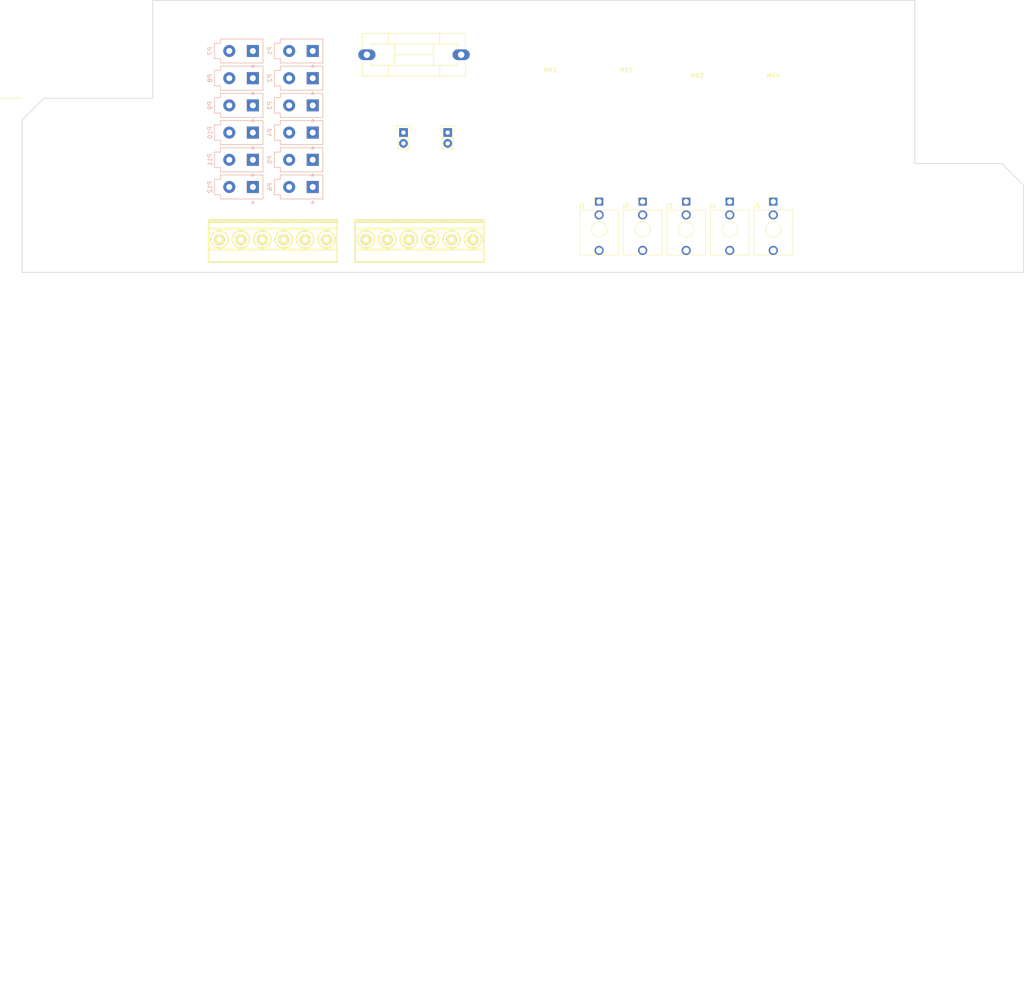
<source format=kicad_pcb>
(kicad_pcb (version 20171130) (host pcbnew 5.0.0-rc2)

  (general
    (thickness 1.6)
    (drawings 14)
    (tracks 0)
    (zones 0)
    (modules 29)
    (nets 25)
  )

  (page USLetter)
  (title_block
    (title "Project Title")
  )

  (layers
    (0 F.Cu signal)
    (31 B.Cu signal)
    (34 B.Paste user)
    (35 F.Paste user)
    (36 B.SilkS user)
    (37 F.SilkS user)
    (38 B.Mask user)
    (39 F.Mask user)
    (40 Dwgs.User user)
    (44 Edge.Cuts user)
    (46 B.CrtYd user)
    (47 F.CrtYd user)
    (48 B.Fab user)
    (49 F.Fab user)
  )

  (setup
    (last_trace_width 0.254)
    (user_trace_width 0.1524)
    (user_trace_width 0.254)
    (user_trace_width 0.3302)
    (user_trace_width 0.508)
    (user_trace_width 0.762)
    (user_trace_width 1.27)
    (trace_clearance 0.254)
    (zone_clearance 0.508)
    (zone_45_only no)
    (trace_min 0.1524)
    (segment_width 0.1524)
    (edge_width 0.1524)
    (via_size 0.6858)
    (via_drill 0.3302)
    (via_min_size 0.6858)
    (via_min_drill 0.3302)
    (user_via 0.6858 0.3302)
    (user_via 0.762 0.4064)
    (user_via 0.8636 0.508)
    (uvia_size 0.6858)
    (uvia_drill 0.3302)
    (uvias_allowed no)
    (uvia_min_size 0)
    (uvia_min_drill 0)
    (pcb_text_width 0.1524)
    (pcb_text_size 1.016 1.016)
    (mod_edge_width 0.1524)
    (mod_text_size 1.016 1.016)
    (mod_text_width 0.1524)
    (pad_size 1.524 1.524)
    (pad_drill 0.762)
    (pad_to_mask_clearance 0.0762)
    (solder_mask_min_width 0.1016)
    (pad_to_paste_clearance -0.0762)
    (aux_axis_origin 0 0)
    (visible_elements 7FFFFFFF)
    (pcbplotparams
      (layerselection 0x310fc_80000001)
      (usegerberextensions true)
      (usegerberattributes false)
      (usegerberadvancedattributes false)
      (creategerberjobfile false)
      (excludeedgelayer true)
      (linewidth 0.100000)
      (plotframeref false)
      (viasonmask false)
      (mode 1)
      (useauxorigin false)
      (hpglpennumber 1)
      (hpglpenspeed 20)
      (hpglpendiameter 15)
      (psnegative false)
      (psa4output false)
      (plotreference true)
      (plotvalue true)
      (plotinvisibletext false)
      (padsonsilk false)
      (subtractmaskfromsilk false)
      (outputformat 1)
      (mirror false)
      (drillshape 0)
      (scaleselection 1)
      (outputdirectory gerbers))
  )

  (net 0 "")
  (net 1 /BATT12V+)
  (net 2 "Net-(P1-Pad1)")
  (net 3 +12V)
  (net 4 /DIM+)
  (net 5 /Front_Rch-)
  (net 6 /Rear_Rch-)
  (net 7 "Net-(P5-Pad1)")
  (net 8 /DIN-)
  (net 9 /Front_Lch+)
  (net 10 /Rear_Lch+)
  (net 11 /Front_Rch+)
  (net 12 /Rear_Rch+)
  (net 13 /SW+12V)
  (net 14 /+BCH)
  (net 15 /AMP_SENS)
  (net 16 /Rear_Lch-)
  (net 17 /Front_Lch-)
  (net 18 /PARK)
  (net 19 GND)
  (net 20 "Net-(P2-Pad1)")
  (net 21 "Net-(P7-Pad2)")
  (net 22 "Net-(P7-Pad1)")
  (net 23 /IGN12V+)
  (net 24 /BATGROUND)

  (net_class Default "This is the default net class."
    (clearance 0.254)
    (trace_width 0.254)
    (via_dia 0.6858)
    (via_drill 0.3302)
    (uvia_dia 0.6858)
    (uvia_drill 0.3302)
    (add_net +12V)
    (add_net /+BCH)
    (add_net /AMP_SENS)
    (add_net /BATGROUND)
    (add_net /BATT12V+)
    (add_net /DIM+)
    (add_net /DIN-)
    (add_net /Front_Lch+)
    (add_net /Front_Lch-)
    (add_net /Front_Rch+)
    (add_net /Front_Rch-)
    (add_net /IGN12V+)
    (add_net /PARK)
    (add_net /Rear_Lch+)
    (add_net /Rear_Lch-)
    (add_net /Rear_Rch+)
    (add_net /Rear_Rch-)
    (add_net /SW+12V)
    (add_net GND)
    (add_net "Net-(P1-Pad1)")
    (add_net "Net-(P2-Pad1)")
    (add_net "Net-(P5-Pad1)")
    (add_net "Net-(P7-Pad1)")
    (add_net "Net-(P7-Pad2)")
  )

  (module Mounting_Holes:MountingHole_6mm (layer F.Cu) (tedit 5D4907C2) (tstamp 5D4C3A39)
    (at 246.38 69.85)
    (descr "Mounting Hole 6mm, no annular")
    (tags "mounting hole 6mm no annular")
    (path /5D49076D)
    (fp_text reference DIN2 (at -6.35 -2.54) (layer F.SilkS) hide
      (effects (font (size 1 1) (thickness 0.15)))
    )
    (fp_text value Mounting_Hole (at 0 7) (layer F.Fab)
      (effects (font (size 1 1) (thickness 0.15)))
    )
    (fp_circle (center 0 0) (end 6.25 0) (layer F.CrtYd) (width 0.05))
    (fp_circle (center 0 0) (end 6 0) (layer Cmts.User) (width 0.15))
    (pad 1 np_thru_hole circle (at 0 0) (size 6 6) (drill 6) (layers *.Cu *.Mask))
  )

  (module Mounting_Holes:MountingHole_6mm (layer F.Cu) (tedit 5D4907A1) (tstamp 5D4C3A32)
    (at 27.94 54.61)
    (descr "Mounting Hole 6mm, no annular")
    (tags "mounting hole 6mm no annular")
    (path /5D4906D1)
    (fp_text reference DIN1 (at 7.62 -3.81) (layer F.SilkS) hide
      (effects (font (size 1 1) (thickness 0.15)))
    )
    (fp_text value Mounting_Hole (at 0 7) (layer F.Fab)
      (effects (font (size 1 1) (thickness 0.15)))
    )
    (fp_circle (center 0 0) (end 6 0) (layer Cmts.User) (width 0.15))
    (fp_circle (center 0 0) (end 6.25 0) (layer F.CrtYd) (width 0.05))
    (pad 1 np_thru_hole circle (at 0 0) (size 6 6) (drill 6) (layers *.Cu *.Mask))
  )

  (module SteakElectronics:steakelectronics_fmask (layer F.Cu) (tedit 0) (tstamp 5D4F4D9E)
    (at 207.01 36.83)
    (path /5D49086D)
    (fp_text reference STKLOGO1 (at 0 0) (layer F.Mask) hide
      (effects (font (size 1.524 1.524) (thickness 0.3)))
    )
    (fp_text value OPEN_HARDWARE_1 (at -3.81 -5.08) (layer F.Mask) hide
      (effects (font (size 1.524 1.524) (thickness 0.3)))
    )
    (fp_poly (pts (xy 9.799186 -2.060383) (xy 9.907996 -2.000373) (xy 10.005801 -1.939636) (xy 10.137933 -1.862775)
      (xy 10.24539 -1.812467) (xy 10.288912 -1.80109) (xy 10.372483 -1.773052) (xy 10.490649 -1.703466)
      (xy 10.610784 -1.614127) (xy 10.700262 -1.526832) (xy 10.701168 -1.525695) (xy 10.74143 -1.43075)
      (xy 10.758895 -1.303421) (xy 10.715872 -1.152797) (xy 10.584376 -0.977349) (xy 10.364782 -0.777481)
      (xy 10.058341 -0.554181) (xy 9.90482 -0.448734) (xy 9.808626 -0.368021) (xy 9.750405 -0.285293)
      (xy 9.710802 -0.173798) (xy 9.6743 -0.023364) (xy 9.609947 0.197163) (xy 9.518755 0.388594)
      (xy 9.382499 0.585068) (xy 9.28795 0.700369) (xy 9.217241 0.818906) (xy 9.15202 0.984225)
      (xy 9.108117 1.151324) (xy 9.098514 1.238916) (xy 9.057279 1.361944) (xy 8.950608 1.488404)
      (xy 8.801838 1.596225) (xy 8.655452 1.657935) (xy 8.386503 1.70311) (xy 8.133945 1.676024)
      (xy 8.012546 1.639319) (xy 7.831919 1.548155) (xy 7.701097 1.411694) (xy 7.607135 1.212761)
      (xy 7.558599 1.037037) (xy 7.462464 0.745982) (xy 7.320863 0.477361) (xy 7.318362 0.473579)
      (xy 7.245697 0.346897) (xy 8.662314 0.346897) (xy 8.712228 0.354169) (xy 8.797636 0.356246)
      (xy 8.907158 0.353312) (xy 8.947191 0.34508) (xy 8.925271 0.336946) (xy 8.798575 0.32863)
      (xy 8.694362 0.336316) (xy 8.662314 0.346897) (xy 7.245697 0.346897) (xy 7.203372 0.273111)
      (xy 7.197294 0.254533) (xy 8.754678 0.254533) (xy 8.804592 0.261805) (xy 8.89 0.263883)
      (xy 8.999521 0.260948) (xy 9.039554 0.252717) (xy 9.017635 0.244582) (xy 8.890939 0.236267)
      (xy 8.786726 0.243952) (xy 8.754678 0.254533) (xy 7.197294 0.254533) (xy 7.167076 0.162169)
      (xy 8.847042 0.162169) (xy 8.896956 0.169442) (xy 8.982364 0.171519) (xy 9.091885 0.168584)
      (xy 9.131918 0.160353) (xy 9.109999 0.152219) (xy 8.983303 0.143903) (xy 8.87909 0.151588)
      (xy 8.847042 0.162169) (xy 7.167076 0.162169) (xy 7.142094 0.08581) (xy 7.13676 0.048908)
      (xy 8.820727 0.048908) (xy 8.86035 0.07896) (xy 8.956905 0.091197) (xy 9.076916 0.086728)
      (xy 9.186913 0.066663) (xy 9.251208 0.034637) (xy 9.289977 -0.046492) (xy 9.317495 -0.17478)
      (xy 9.321001 -0.207818) (xy 9.347903 -0.356162) (xy 9.394122 -0.481411) (xy 9.402884 -0.496454)
      (xy 9.439424 -0.56174) (xy 9.425648 -0.591644) (xy 9.344656 -0.599974) (xy 9.275701 -0.600363)
      (xy 9.08915 -0.574797) (xy 8.97304 -0.492832) (xy 8.919208 -0.346571) (xy 8.913091 -0.249567)
      (xy 8.903192 -0.121349) (xy 8.878363 -0.03637) (xy 8.866909 -0.02309) (xy 8.822489 0.035951)
      (xy 8.820727 0.048908) (xy 7.13676 0.048908) (xy 7.123697 -0.041452) (xy 7.10604 -0.19032)
      (xy 7.075029 -0.278722) (xy 7.009759 -0.338247) (xy 6.889322 -0.400483) (xy 6.884564 -0.402757)
      (xy 6.663515 -0.531132) (xy 6.452079 -0.694413) (xy 6.265421 -0.876394) (xy 6.118703 -1.06087)
      (xy 6.027089 -1.231636) (xy 6.003636 -1.344234) (xy 6.017572 -1.420578) (xy 6.068355 -1.500817)
      (xy 6.16945 -1.601137) (xy 6.324444 -1.729851) (xy 6.501657 -1.867291) (xy 6.622283 -1.952296)
      (xy 6.682728 -1.982933) (xy 6.679399 -1.957274) (xy 6.625334 -1.891513) (xy 6.566215 -1.767534)
      (xy 6.551176 -1.600453) (xy 6.579891 -1.428158) (xy 6.630268 -1.317814) (xy 6.717002 -1.230821)
      (xy 6.843944 -1.149049) (xy 6.870832 -1.13608) (xy 6.983747 -1.091229) (xy 7.072456 -1.082715)
      (xy 7.181287 -1.110483) (xy 7.250816 -1.135613) (xy 7.430882 -1.193944) (xy 7.630182 -1.246342)
      (xy 7.689273 -1.259149) (xy 7.865076 -1.283491) (xy 8.088722 -1.298528) (xy 8.341719 -1.304824)
      (xy 8.605578 -1.302943) (xy 8.861808 -1.29345) (xy 9.091918 -1.27691) (xy 9.277419 -1.253888)
      (xy 9.39982 -1.224949) (xy 9.434449 -1.205841) (xy 9.532095 -1.162713) (xy 9.67765 -1.15462)
      (xy 9.834752 -1.178793) (xy 9.967039 -1.232462) (xy 9.989406 -1.248113) (xy 10.10333 -1.364931)
      (xy 10.1433 -1.486536) (xy 10.1076 -1.624405) (xy 9.994513 -1.790016) (xy 9.891167 -1.905)
      (xy 9.792942 -2.013352) (xy 9.761558 -2.064927) (xy 9.799186 -2.060383)) (layer F.Mask) (width 0.01))
    (fp_poly (pts (xy -10.158204 -0.875854) (xy -10.069402 -0.864754) (xy -10.0309 -0.834709) (xy -10.021665 -0.77627)
      (xy -10.021454 -0.7441) (xy -10.027054 -0.663862) (xy -10.060106 -0.625678) (xy -10.144997 -0.61543)
      (xy -10.240818 -0.6171) (xy -10.391114 -0.610761) (xy -10.470402 -0.585976) (xy -10.472315 -0.550055)
      (xy -10.390488 -0.510309) (xy -10.344727 -0.49777) (xy -10.158829 -0.444365) (xy -10.047109 -0.384254)
      (xy -9.991886 -0.301103) (xy -9.975479 -0.178577) (xy -9.975273 -0.156451) (xy -9.989305 -0.009734)
      (xy -10.039912 0.081237) (xy -10.077912 0.112836) (xy -10.193007 0.156154) (xy -10.360897 0.177716)
      (xy -10.544041 0.175024) (xy -10.679545 0.152893) (xy -10.745694 0.091002) (xy -10.760364 -0.002243)
      (xy -10.752816 -0.094134) (xy -10.712668 -0.113601) (xy -10.641903 -0.09122) (xy -10.503375 -0.057053)
      (xy -10.384516 -0.046181) (xy -10.284165 -0.068823) (xy -10.256094 -0.121877) (xy -10.296743 -0.18304)
      (xy -10.40255 -0.230008) (xy -10.414279 -0.232599) (xy -10.598525 -0.285155) (xy -10.706519 -0.358911)
      (xy -10.754143 -0.468546) (xy -10.760364 -0.552508) (xy -10.743297 -0.706343) (xy -10.682561 -0.804674)
      (xy -10.563853 -0.858016) (xy -10.372869 -0.876885) (xy -10.318338 -0.877454) (xy -10.158204 -0.875854)) (layer F.Mask) (width 0.01))
    (fp_poly (pts (xy -8.913091 -0.762) (xy -8.925167 -0.683922) (xy -8.979512 -0.651959) (xy -9.074727 -0.646545)
      (xy -9.236364 -0.646545) (xy -9.236364 0.184728) (xy -9.367212 0.184728) (xy -9.47298 0.174837)
      (xy -9.528848 0.15394) (xy -9.543 0.096444) (xy -9.553721 -0.029644) (xy -9.55925 -0.200567)
      (xy -9.559636 -0.261697) (xy -9.559636 -0.646545) (xy -9.721273 -0.646545) (xy -9.830581 -0.655171)
      (xy -9.875329 -0.693988) (xy -9.882909 -0.762) (xy -9.882909 -0.877454) (xy -8.913091 -0.877454)
      (xy -8.913091 -0.762)) (layer F.Mask) (width 0.01))
    (fp_poly (pts (xy -8.268038 -0.876224) (xy -8.158321 -0.868607) (xy -8.103277 -0.848714) (xy -8.08406 -0.810657)
      (xy -8.081818 -0.762) (xy -8.090432 -0.690755) (xy -8.132771 -0.657) (xy -8.233583 -0.646986)
      (xy -8.289636 -0.646545) (xy -8.428573 -0.636789) (xy -8.49078 -0.60456) (xy -8.497454 -0.579928)
      (xy -8.456912 -0.529435) (xy -8.33203 -0.501755) (xy -8.301182 -0.499109) (xy -8.177009 -0.48385)
      (xy -8.12003 -0.451033) (xy -8.105082 -0.384037) (xy -8.104909 -0.369454) (xy -8.115577 -0.295639)
      (xy -8.164357 -0.258593) (xy -8.276413 -0.241693) (xy -8.301182 -0.239799) (xy -8.428413 -0.222331)
      (xy -8.486129 -0.186474) (xy -8.497454 -0.13589) (xy -8.484471 -0.08195) (xy -8.430546 -0.055058)
      (xy -8.313214 -0.046487) (xy -8.266545 -0.046181) (xy -8.129503 -0.042438) (xy -8.061136 -0.023335)
      (xy -8.037824 0.022939) (xy -8.035636 0.069273) (xy -8.03924 0.125182) (xy -8.062244 0.159303)
      (xy -8.122934 0.177015) (xy -8.239596 0.183697) (xy -8.428182 0.184728) (xy -8.820727 0.184728)
      (xy -8.820727 -0.877454) (xy -8.451273 -0.877454) (xy -8.268038 -0.876224)) (layer F.Mask) (width 0.01))
    (fp_poly (pts (xy -7.314312 -0.866507) (xy -7.248339 -0.820291) (xy -7.214597 -0.750454) (xy -7.173248 -0.63831)
      (xy -7.114759 -0.478767) (xy -7.06639 -0.346363) (xy -7.005891 -0.181938) (xy -6.952245 -0.038636)
      (xy -6.923214 0.03681) (xy -6.889122 0.133702) (xy -6.90426 0.175072) (xy -6.986869 0.184562)
      (xy -7.037341 0.184728) (xy -7.15589 0.168661) (xy -7.211413 0.111916) (xy -7.217745 0.092364)
      (xy -7.25358 0.031257) (xy -7.335756 0.004401) (xy -7.435273 0) (xy -7.565687 0.009484)
      (xy -7.631302 0.04538) (xy -7.652801 0.092364) (xy -7.697656 0.159958) (xy -7.79994 0.184007)
      (xy -7.833204 0.184728) (xy -7.937961 0.180578) (xy -7.988597 0.170419) (xy -7.989454 0.168744)
      (xy -7.985193 0.151579) (xy -7.969891 0.105763) (xy -7.939771 0.020832) (xy -7.891056 -0.113678)
      (xy -7.819968 -0.308231) (xy -7.812634 -0.328224) (xy -7.520627 -0.328224) (xy -7.507453 -0.254838)
      (xy -7.430332 -0.230909) (xy -7.359963 -0.250181) (xy -7.361059 -0.303959) (xy -7.387589 -0.416868)
      (xy -7.39056 -0.454049) (xy -7.399238 -0.500986) (xy -7.433637 -0.474861) (xy -7.459832 -0.441446)
      (xy -7.520627 -0.328224) (xy -7.812634 -0.328224) (xy -7.72273 -0.57329) (xy -7.65764 -0.750454)
      (xy -7.611142 -0.836227) (xy -7.534787 -0.87174) (xy -7.436358 -0.877454) (xy -7.314312 -0.866507)) (layer F.Mask) (width 0.01))
    (fp_poly (pts (xy -6.562818 -0.867873) (xy -6.520769 -0.821083) (xy -6.503359 -0.710011) (xy -6.502879 -0.704272)
      (xy -6.488545 -0.53109) (xy -6.327229 -0.704272) (xy -6.209451 -0.814749) (xy -6.104336 -0.866104)
      (xy -5.992411 -0.877454) (xy -5.880898 -0.871312) (xy -5.821771 -0.856083) (xy -5.818909 -0.851365)
      (xy -5.849545 -0.808485) (xy -5.929973 -0.720792) (xy -6.042972 -0.607034) (xy -6.046265 -0.603824)
      (xy -6.273621 -0.382372) (xy -6.023174 -0.135036) (xy -5.903451 -0.012365) (xy -5.814891 0.086826)
      (xy -5.773818 0.144056) (xy -5.772727 0.148514) (xy -5.813519 0.171898) (xy -5.914534 0.184183)
      (xy -5.944161 0.184728) (xy -6.061062 0.170913) (xy -6.166692 0.118523) (xy -6.292261 0.011141)
      (xy -6.313616 -0.009615) (xy -6.511636 -0.203958) (xy -6.511636 -0.009615) (xy -6.516429 0.112781)
      (xy -6.543098 0.168743) (xy -6.610085 0.184135) (xy -6.650182 0.184728) (xy -6.788727 0.184728)
      (xy -6.788727 -0.877454) (xy -6.65297 -0.877454) (xy -6.562818 -0.867873)) (layer F.Mask) (width 0.01))
    (fp_poly (pts (xy -4.665857 -0.876224) (xy -4.55614 -0.868607) (xy -4.501095 -0.848714) (xy -4.481878 -0.810657)
      (xy -4.479636 -0.762) (xy -4.48825 -0.690755) (xy -4.530589 -0.657) (xy -4.631401 -0.646986)
      (xy -4.687454 -0.646545) (xy -4.82443 -0.637479) (xy -4.886823 -0.606654) (xy -4.895273 -0.577272)
      (xy -4.864769 -0.529105) (xy -4.763653 -0.509257) (xy -4.710545 -0.508) (xy -4.592097 -0.502529)
      (xy -4.539441 -0.472881) (xy -4.52611 -0.399204) (xy -4.525818 -0.369454) (xy -4.533113 -0.280618)
      (xy -4.572643 -0.241126) (xy -4.670879 -0.231127) (xy -4.710545 -0.230909) (xy -4.831401 -0.223163)
      (xy -4.884814 -0.191857) (xy -4.895273 -0.138545) (xy -4.883116 -0.083145) (xy -4.831514 -0.055515)
      (xy -4.717773 -0.046577) (xy -4.664364 -0.046181) (xy -4.527321 -0.042438) (xy -4.458954 -0.023335)
      (xy -4.435642 0.022939) (xy -4.433454 0.069273) (xy -4.437059 0.125182) (xy -4.460062 0.159303)
      (xy -4.520752 0.177015) (xy -4.637414 0.183697) (xy -4.826 0.184728) (xy -5.218545 0.184728)
      (xy -5.218545 -0.877454) (xy -4.849091 -0.877454) (xy -4.665857 -0.876224)) (layer F.Mask) (width 0.01))
    (fp_poly (pts (xy -3.971636 -0.046181) (xy -3.740727 -0.046181) (xy -3.603685 -0.042438) (xy -3.535318 -0.023335)
      (xy -3.512006 0.022939) (xy -3.509818 0.069273) (xy -3.513422 0.125182) (xy -3.536426 0.159303)
      (xy -3.597115 0.177015) (xy -3.713778 0.183697) (xy -3.902364 0.184728) (xy -4.294909 0.184728)
      (xy -4.294909 -0.877454) (xy -3.971636 -0.877454) (xy -3.971636 -0.046181)) (layer F.Mask) (width 0.01))
    (fp_poly (pts (xy -2.818584 -0.876224) (xy -2.708867 -0.868607) (xy -2.653822 -0.848714) (xy -2.634605 -0.810657)
      (xy -2.632364 -0.762) (xy -2.63985 -0.693478) (xy -2.678057 -0.659295) (xy -2.770603 -0.647639)
      (xy -2.863273 -0.646545) (xy -3.003716 -0.640779) (xy -3.073535 -0.618491) (xy -3.094025 -0.572197)
      (xy -3.094182 -0.565394) (xy -3.079299 -0.515801) (xy -3.019544 -0.496454) (xy -2.892252 -0.500309)
      (xy -2.886364 -0.500772) (xy -2.758835 -0.507631) (xy -2.698326 -0.491118) (xy -2.67985 -0.436002)
      (xy -2.678545 -0.374104) (xy -2.684192 -0.286076) (xy -2.717858 -0.244386) (xy -2.804637 -0.231744)
      (xy -2.886364 -0.230909) (xy -3.016233 -0.224865) (xy -3.077645 -0.199771) (xy -3.094102 -0.14518)
      (xy -3.094182 -0.138545) (xy -3.082025 -0.083145) (xy -3.030423 -0.055515) (xy -2.916682 -0.046577)
      (xy -2.863273 -0.046181) (xy -2.72623 -0.042438) (xy -2.657863 -0.023335) (xy -2.634551 0.022939)
      (xy -2.632364 0.069273) (xy -2.636301 0.126534) (xy -2.660675 0.16082) (xy -2.724332 0.178022)
      (xy -2.846116 0.184027) (xy -3.001818 0.184728) (xy -3.371273 0.184728) (xy -3.371273 -0.877454)
      (xy -3.001818 -0.877454) (xy -2.818584 -0.876224)) (layer F.Mask) (width 0.01))
    (fp_poly (pts (xy -1.921044 -0.867929) (xy -1.765643 -0.85799) (xy -1.679789 -0.839713) (xy -1.640712 -0.801829)
      (xy -1.625641 -0.733065) (xy -1.624228 -0.72101) (xy -1.622816 -0.629584) (xy -1.656418 -0.608628)
      (xy -1.686246 -0.617298) (xy -1.847903 -0.669514) (xy -1.959734 -0.673295) (xy -2.052226 -0.62582)
      (xy -2.104109 -0.578634) (xy -2.187273 -0.474735) (xy -2.207266 -0.372757) (xy -2.198658 -0.308666)
      (xy -2.133075 -0.137993) (xy -2.0178 -0.045006) (xy -1.853751 -0.030129) (xy -1.689927 -0.074016)
      (xy -1.634013 -0.072574) (xy -1.616474 0.002056) (xy -1.616364 0.013209) (xy -1.642506 0.111574)
      (xy -1.689413 0.156696) (xy -1.843821 0.183462) (xy -2.031054 0.173238) (xy -2.201117 0.129918)
      (xy -2.235445 0.114188) (xy -2.376757 0.01893) (xy -2.456555 -0.100167) (xy -2.489223 -0.269791)
      (xy -2.492349 -0.362471) (xy -2.486323 -0.517355) (xy -2.456117 -0.619485) (xy -2.387011 -0.707985)
      (xy -2.348225 -0.745492) (xy -2.257227 -0.821728) (xy -2.171457 -0.860526) (xy -2.056129 -0.871855)
      (xy -1.921044 -0.867929)) (layer F.Mask) (width 0.01))
    (fp_poly (pts (xy -1.073727 -0.867471) (xy -0.854203 -0.860467) (xy -0.710931 -0.851062) (xy -0.627807 -0.835835)
      (xy -0.588726 -0.811364) (xy -0.577581 -0.774228) (xy -0.577273 -0.762) (xy -0.597147 -0.697502)
      (xy -0.672228 -0.66507) (xy -0.750454 -0.655303) (xy -0.923636 -0.640969) (xy -0.923636 0.184728)
      (xy -1.200727 0.184728) (xy -1.200727 -0.646545) (xy -1.385454 -0.646545) (xy -1.504409 -0.652778)
      (xy -1.557284 -0.682464) (xy -1.5701 -0.752088) (xy -1.570182 -0.763562) (xy -1.570182 -0.880579)
      (xy -1.073727 -0.867471)) (layer F.Mask) (width 0.01))
    (fp_poly (pts (xy 0.031644 -0.874091) (xy 0.14009 -0.858698) (xy 0.210616 -0.823318) (xy 0.270402 -0.759995)
      (xy 0.273739 -0.755772) (xy 0.339817 -0.65596) (xy 0.369347 -0.580104) (xy 0.369455 -0.577272)
      (xy 0.342826 -0.504196) (xy 0.27828 -0.404609) (xy 0.273739 -0.398773) (xy 0.221559 -0.318175)
      (xy 0.217589 -0.27808) (xy 0.222471 -0.27709) (xy 0.260653 -0.239856) (xy 0.319966 -0.148072)
      (xy 0.38409 -0.031621) (xy 0.436705 0.079617) (xy 0.461489 0.155761) (xy 0.461818 0.161133)
      (xy 0.421264 0.176959) (xy 0.322006 0.1846) (xy 0.305785 0.184728) (xy 0.188938 0.169429)
      (xy 0.121016 0.105473) (xy 0.090734 0.042249) (xy 0.011857 -0.105024) (xy -0.075958 -0.202832)
      (xy -0.141844 -0.230909) (xy -0.16742 -0.189625) (xy -0.182761 -0.085176) (xy -0.184727 -0.02309)
      (xy -0.188743 0.1047) (xy -0.211932 0.165226) (xy -0.271005 0.183553) (xy -0.323273 0.184728)
      (xy -0.461818 0.184728) (xy -0.461818 -0.53109) (xy -0.184727 -0.53109) (xy -0.157176 -0.438368)
      (xy -0.089422 -0.419488) (xy -0.003818 -0.480336) (xy -0.001679 -0.482886) (xy 0.03082 -0.569617)
      (xy -0.016469 -0.630714) (xy -0.095089 -0.646545) (xy -0.165795 -0.618009) (xy -0.184727 -0.53109)
      (xy -0.461818 -0.53109) (xy -0.461818 -0.877454) (xy -0.141897 -0.877454) (xy 0.031644 -0.874091)) (layer F.Mask) (width 0.01))
    (fp_poly (pts (xy 1.228439 -0.870248) (xy 1.336705 -0.841182) (xy 1.424238 -0.779085) (xy 1.447308 -0.756824)
      (xy 1.556627 -0.592947) (xy 1.604676 -0.399511) (xy 1.593131 -0.202269) (xy 1.523669 -0.026974)
      (xy 1.397965 0.100618) (xy 1.391247 0.104687) (xy 1.220062 0.16453) (xy 1.014208 0.179192)
      (xy 0.82097 0.146085) (xy 0.796928 0.137215) (xy 0.662851 0.037998) (xy 0.566907 -0.119199)
      (xy 0.519172 -0.304358) (xy 0.52288 -0.368712) (xy 0.827656 -0.368712) (xy 0.850907 -0.202449)
      (xy 0.880523 -0.132812) (xy 0.963315 -0.060814) (xy 1.078985 -0.049755) (xy 1.195594 -0.094775)
      (xy 1.281203 -0.191011) (xy 1.282668 -0.194026) (xy 1.319006 -0.362208) (xy 1.276249 -0.519616)
      (xy 1.171964 -0.631417) (xy 1.084258 -0.677168) (xy 1.011563 -0.666199) (xy 0.946727 -0.627701)
      (xy 0.861053 -0.521354) (xy 0.827656 -0.368712) (xy 0.52288 -0.368712) (xy 0.529723 -0.487462)
      (xy 0.559953 -0.568763) (xy 0.668305 -0.738832) (xy 0.792916 -0.834711) (xy 0.962157 -0.873777)
      (xy 1.063934 -0.877454) (xy 1.228439 -0.870248)) (layer F.Mask) (width 0.01))
    (fp_poly (pts (xy 2.032472 -0.870707) (xy 2.094257 -0.838816) (xy 2.154678 -0.764305) (xy 2.231393 -0.629702)
      (xy 2.263396 -0.56892) (xy 2.424546 -0.260386) (xy 2.438201 -0.56892) (xy 2.447019 -0.73287)
      (xy 2.461861 -0.825145) (xy 2.492749 -0.866346) (xy 2.549705 -0.877077) (xy 2.588292 -0.877454)
      (xy 2.724727 -0.877454) (xy 2.724727 0.190303) (xy 2.558939 0.17597) (xy 2.471376 0.162146)
      (xy 2.405217 0.126707) (xy 2.342316 0.051643) (xy 2.264525 -0.081053) (xy 2.22412 -0.156283)
      (xy 2.055091 -0.474202) (xy 2.041522 -0.144737) (xy 2.032597 0.026239) (xy 2.018322 0.124773)
      (xy 1.991028 0.170757) (xy 1.943049 0.184084) (xy 1.914522 0.184728) (xy 1.801091 0.184728)
      (xy 1.801091 -0.877454) (xy 1.951669 -0.877454) (xy 2.032472 -0.870707)) (layer F.Mask) (width 0.01))
    (fp_poly (pts (xy 3.232727 0.184728) (xy 3.101879 0.184728) (xy 3.00063 0.178715) (xy 2.951788 0.165671)
      (xy 2.945279 0.114609) (xy 2.942347 -0.009273) (xy 2.943167 -0.186494) (xy 2.946972 -0.36542)
      (xy 2.961398 -0.877454) (xy 3.232727 -0.877454) (xy 3.232727 0.184728)) (layer F.Mask) (width 0.01))
    (fp_poly (pts (xy 4.109286 -0.869729) (xy 4.225069 -0.841731) (xy 4.281533 -0.786228) (xy 4.294909 -0.707765)
      (xy 4.282919 -0.627479) (xy 4.229315 -0.618611) (xy 4.191 -0.630404) (xy 3.991686 -0.667801)
      (xy 3.836501 -0.631103) (xy 3.734507 -0.525593) (xy 3.694764 -0.356556) (xy 3.694546 -0.340835)
      (xy 3.729977 -0.186171) (xy 3.821603 -0.072865) (xy 3.947424 -0.016831) (xy 4.08544 -0.033986)
      (xy 4.105401 -0.043623) (xy 4.220017 -0.088188) (xy 4.279707 -0.063961) (xy 4.294909 0.017705)
      (xy 4.260436 0.118285) (xy 4.191 0.15562) (xy 3.999643 0.181872) (xy 3.801148 0.170245)
      (xy 3.648364 0.125955) (xy 3.553784 0.047651) (xy 3.464361 -0.074324) (xy 3.447328 -0.106281)
      (xy 3.387399 -0.323202) (xy 3.417284 -0.53352) (xy 3.534691 -0.72373) (xy 3.555844 -0.745857)
      (xy 3.657722 -0.829823) (xy 3.768209 -0.868535) (xy 3.918125 -0.877454) (xy 4.109286 -0.869729)) (layer F.Mask) (width 0.01))
    (fp_poly (pts (xy 5.101457 -0.864935) (xy 5.215637 -0.827851) (xy 5.258911 -0.760943) (xy 5.256052 -0.710284)
      (xy 5.209764 -0.644504) (xy 5.147599 -0.643317) (xy 4.963596 -0.667675) (xy 4.832097 -0.652339)
      (xy 4.768689 -0.59943) (xy 4.766549 -0.591451) (xy 4.782414 -0.531199) (xy 4.870041 -0.492189)
      (xy 4.915886 -0.482326) (xy 5.113334 -0.416308) (xy 5.244151 -0.312602) (xy 5.301787 -0.18408)
      (xy 5.279694 -0.043619) (xy 5.197554 0.071372) (xy 5.051291 0.156541) (xy 4.840636 0.181897)
      (xy 4.583546 0.152136) (xy 4.505528 0.112784) (xy 4.480069 0.018767) (xy 4.479636 -0.003831)
      (xy 4.479636 -0.139785) (xy 4.652282 -0.067649) (xy 4.804479 -0.024271) (xy 4.93084 -0.024026)
      (xy 5.010295 -0.063581) (xy 5.025097 -0.126633) (xy 4.968647 -0.191463) (xy 4.838354 -0.239419)
      (xy 4.828071 -0.241634) (xy 4.629836 -0.311664) (xy 4.514018 -0.422598) (xy 4.479636 -0.561339)
      (xy 4.517011 -0.719776) (xy 4.62863 -0.823749) (xy 4.813731 -0.872696) (xy 4.906818 -0.876747)
      (xy 5.101457 -0.864935)) (layer F.Mask) (width 0.01))
  )

  (module Connector_Audio:Jack_3.5mm_QingPu_WQP-PJ398SM_Vertical_CircularHoles (layer F.Cu) (tedit 5C2B6BB2) (tstamp 5D55B934)
    (at 154.94 72.39)
    (descr "TRS 3.5mm, vertical, Thonkiconn, PCB mount, (http://www.qingpu-electronics.com/en/products/WQP-PJ398SM-362.html)")
    (tags "WQP-PJ398SM WQP-PJ301M-12 TRS 3.5mm mono vertical jack thonkiconn qingpu")
    (path /5D493775)
    (fp_text reference J1 (at -4.03 1.08 180) (layer F.SilkS)
      (effects (font (size 1 1) (thickness 0.15)))
    )
    (fp_text value JACK_2P (at 0 5 180) (layer F.Fab)
      (effects (font (size 1 1) (thickness 0.15)))
    )
    (fp_text user KEEPOUT (at 0 6.48) (layer Cmts.User)
      (effects (font (size 0.4 0.4) (thickness 0.051)))
    )
    (fp_line (start -5 12.98) (end -5 -1.42) (layer F.CrtYd) (width 0.05))
    (fp_line (start -4.5 12.48) (end -4.5 2.08) (layer F.Fab) (width 0.1))
    (fp_text user %R (at 0 8 180) (layer F.Fab)
      (effects (font (size 1 1) (thickness 0.15)))
    )
    (fp_line (start -4.5 1.98) (end -4.5 12.48) (layer F.SilkS) (width 0.12))
    (fp_line (start 4.5 1.98) (end 4.5 12.48) (layer F.SilkS) (width 0.12))
    (fp_circle (center 0 6.48) (end 1.5 6.48) (layer Dwgs.User) (width 0.12))
    (fp_line (start 0.09 7.96) (end 1.48 6.57) (layer Dwgs.User) (width 0.12))
    (fp_line (start -0.58 7.83) (end 1.36 5.89) (layer Dwgs.User) (width 0.12))
    (fp_line (start -1.07 7.49) (end 1.01 5.41) (layer Dwgs.User) (width 0.12))
    (fp_line (start -1.42 6.875) (end 0.4 5.06) (layer Dwgs.User) (width 0.12))
    (fp_line (start -1.41 6.02) (end -0.46 5.07) (layer Dwgs.User) (width 0.12))
    (fp_line (start 4.5 12.48) (end 0.5 12.48) (layer F.SilkS) (width 0.12))
    (fp_line (start -0.5 12.48) (end -4.5 12.48) (layer F.SilkS) (width 0.12))
    (fp_line (start 4.5 1.98) (end 0.35 1.98) (layer F.SilkS) (width 0.12))
    (fp_line (start -0.35 1.98) (end -4.5 1.98) (layer F.SilkS) (width 0.12))
    (fp_circle (center 0 6.48) (end 1.8 6.48) (layer F.SilkS) (width 0.12))
    (fp_line (start -1.06 -1) (end -1.06 -0.2) (layer F.SilkS) (width 0.12))
    (fp_line (start -1.06 -1) (end -0.2 -1) (layer F.SilkS) (width 0.12))
    (fp_line (start 4.5 12.48) (end 4.5 2.08) (layer F.Fab) (width 0.1))
    (fp_line (start 4.5 12.48) (end -4.5 12.48) (layer F.Fab) (width 0.1))
    (fp_line (start 5 12.98) (end 5 -1.42) (layer F.CrtYd) (width 0.05))
    (fp_line (start 5 12.98) (end -5 12.98) (layer F.CrtYd) (width 0.05))
    (fp_line (start 5 -1.42) (end -5 -1.42) (layer F.CrtYd) (width 0.05))
    (fp_line (start 4.5 2.03) (end -4.5 2.03) (layer F.Fab) (width 0.1))
    (fp_circle (center 0 6.48) (end 1.8 6.48) (layer F.Fab) (width 0.1))
    (fp_line (start 0 0) (end 0 2.03) (layer F.Fab) (width 0.1))
    (pad TN thru_hole circle (at 0 3.1 180) (size 2.13 2.13) (drill 1.42) (layers *.Cu *.Mask))
    (pad S thru_hole rect (at 0 0 180) (size 1.93 1.83) (drill 1.22) (layers *.Cu *.Mask))
    (pad T thru_hole circle (at 0 11.4 180) (size 2.13 2.13) (drill 1.43) (layers *.Cu *.Mask))
    (model ${KISYS3DMOD}/Connector_Audio.3dshapes/Jack_3.5mm_QingPu_WQP-PJ398SM_Vertical.wrl
      (at (xyz 0 0 0))
      (scale (xyz 1 1 1))
      (rotate (xyz 0 0 0))
    )
  )

  (module Connector_Audio:Jack_3.5mm_QingPu_WQP-PJ398SM_Vertical_CircularHoles (layer F.Cu) (tedit 5C2B6BB2) (tstamp 5D55B956)
    (at 165.1 72.39)
    (descr "TRS 3.5mm, vertical, Thonkiconn, PCB mount, (http://www.qingpu-electronics.com/en/products/WQP-PJ398SM-362.html)")
    (tags "WQP-PJ398SM WQP-PJ301M-12 TRS 3.5mm mono vertical jack thonkiconn qingpu")
    (path /5D4936C7)
    (fp_text reference J2 (at -4.03 1.08 180) (layer F.SilkS)
      (effects (font (size 1 1) (thickness 0.15)))
    )
    (fp_text value JACK_2P (at 0 5 180) (layer F.Fab)
      (effects (font (size 1 1) (thickness 0.15)))
    )
    (fp_line (start 0 0) (end 0 2.03) (layer F.Fab) (width 0.1))
    (fp_circle (center 0 6.48) (end 1.8 6.48) (layer F.Fab) (width 0.1))
    (fp_line (start 4.5 2.03) (end -4.5 2.03) (layer F.Fab) (width 0.1))
    (fp_line (start 5 -1.42) (end -5 -1.42) (layer F.CrtYd) (width 0.05))
    (fp_line (start 5 12.98) (end -5 12.98) (layer F.CrtYd) (width 0.05))
    (fp_line (start 5 12.98) (end 5 -1.42) (layer F.CrtYd) (width 0.05))
    (fp_line (start 4.5 12.48) (end -4.5 12.48) (layer F.Fab) (width 0.1))
    (fp_line (start 4.5 12.48) (end 4.5 2.08) (layer F.Fab) (width 0.1))
    (fp_line (start -1.06 -1) (end -0.2 -1) (layer F.SilkS) (width 0.12))
    (fp_line (start -1.06 -1) (end -1.06 -0.2) (layer F.SilkS) (width 0.12))
    (fp_circle (center 0 6.48) (end 1.8 6.48) (layer F.SilkS) (width 0.12))
    (fp_line (start -0.35 1.98) (end -4.5 1.98) (layer F.SilkS) (width 0.12))
    (fp_line (start 4.5 1.98) (end 0.35 1.98) (layer F.SilkS) (width 0.12))
    (fp_line (start -0.5 12.48) (end -4.5 12.48) (layer F.SilkS) (width 0.12))
    (fp_line (start 4.5 12.48) (end 0.5 12.48) (layer F.SilkS) (width 0.12))
    (fp_line (start -1.41 6.02) (end -0.46 5.07) (layer Dwgs.User) (width 0.12))
    (fp_line (start -1.42 6.875) (end 0.4 5.06) (layer Dwgs.User) (width 0.12))
    (fp_line (start -1.07 7.49) (end 1.01 5.41) (layer Dwgs.User) (width 0.12))
    (fp_line (start -0.58 7.83) (end 1.36 5.89) (layer Dwgs.User) (width 0.12))
    (fp_line (start 0.09 7.96) (end 1.48 6.57) (layer Dwgs.User) (width 0.12))
    (fp_circle (center 0 6.48) (end 1.5 6.48) (layer Dwgs.User) (width 0.12))
    (fp_line (start 4.5 1.98) (end 4.5 12.48) (layer F.SilkS) (width 0.12))
    (fp_line (start -4.5 1.98) (end -4.5 12.48) (layer F.SilkS) (width 0.12))
    (fp_text user %R (at 0 8 180) (layer F.Fab)
      (effects (font (size 1 1) (thickness 0.15)))
    )
    (fp_line (start -4.5 12.48) (end -4.5 2.08) (layer F.Fab) (width 0.1))
    (fp_line (start -5 12.98) (end -5 -1.42) (layer F.CrtYd) (width 0.05))
    (fp_text user KEEPOUT (at 0 6.48) (layer Cmts.User)
      (effects (font (size 0.4 0.4) (thickness 0.051)))
    )
    (pad T thru_hole circle (at 0 11.4 180) (size 2.13 2.13) (drill 1.43) (layers *.Cu *.Mask))
    (pad S thru_hole rect (at 0 0 180) (size 1.93 1.83) (drill 1.22) (layers *.Cu *.Mask))
    (pad TN thru_hole circle (at 0 3.1 180) (size 2.13 2.13) (drill 1.42) (layers *.Cu *.Mask))
    (model ${KISYS3DMOD}/Connector_Audio.3dshapes/Jack_3.5mm_QingPu_WQP-PJ398SM_Vertical.wrl
      (at (xyz 0 0 0))
      (scale (xyz 1 1 1))
      (rotate (xyz 0 0 0))
    )
  )

  (module Connector_Audio:Jack_3.5mm_QingPu_WQP-PJ398SM_Vertical_CircularHoles (layer F.Cu) (tedit 5C2B6BB2) (tstamp 5D55B978)
    (at 175.26 72.39)
    (descr "TRS 3.5mm, vertical, Thonkiconn, PCB mount, (http://www.qingpu-electronics.com/en/products/WQP-PJ398SM-362.html)")
    (tags "WQP-PJ398SM WQP-PJ301M-12 TRS 3.5mm mono vertical jack thonkiconn qingpu")
    (path /5D49366F)
    (fp_text reference J3 (at -4.03 1.08 180) (layer F.SilkS)
      (effects (font (size 1 1) (thickness 0.15)))
    )
    (fp_text value JACK_2P (at 0 5 180) (layer F.Fab)
      (effects (font (size 1 1) (thickness 0.15)))
    )
    (fp_line (start 0 0) (end 0 2.03) (layer F.Fab) (width 0.1))
    (fp_circle (center 0 6.48) (end 1.8 6.48) (layer F.Fab) (width 0.1))
    (fp_line (start 4.5 2.03) (end -4.5 2.03) (layer F.Fab) (width 0.1))
    (fp_line (start 5 -1.42) (end -5 -1.42) (layer F.CrtYd) (width 0.05))
    (fp_line (start 5 12.98) (end -5 12.98) (layer F.CrtYd) (width 0.05))
    (fp_line (start 5 12.98) (end 5 -1.42) (layer F.CrtYd) (width 0.05))
    (fp_line (start 4.5 12.48) (end -4.5 12.48) (layer F.Fab) (width 0.1))
    (fp_line (start 4.5 12.48) (end 4.5 2.08) (layer F.Fab) (width 0.1))
    (fp_line (start -1.06 -1) (end -0.2 -1) (layer F.SilkS) (width 0.12))
    (fp_line (start -1.06 -1) (end -1.06 -0.2) (layer F.SilkS) (width 0.12))
    (fp_circle (center 0 6.48) (end 1.8 6.48) (layer F.SilkS) (width 0.12))
    (fp_line (start -0.35 1.98) (end -4.5 1.98) (layer F.SilkS) (width 0.12))
    (fp_line (start 4.5 1.98) (end 0.35 1.98) (layer F.SilkS) (width 0.12))
    (fp_line (start -0.5 12.48) (end -4.5 12.48) (layer F.SilkS) (width 0.12))
    (fp_line (start 4.5 12.48) (end 0.5 12.48) (layer F.SilkS) (width 0.12))
    (fp_line (start -1.41 6.02) (end -0.46 5.07) (layer Dwgs.User) (width 0.12))
    (fp_line (start -1.42 6.875) (end 0.4 5.06) (layer Dwgs.User) (width 0.12))
    (fp_line (start -1.07 7.49) (end 1.01 5.41) (layer Dwgs.User) (width 0.12))
    (fp_line (start -0.58 7.83) (end 1.36 5.89) (layer Dwgs.User) (width 0.12))
    (fp_line (start 0.09 7.96) (end 1.48 6.57) (layer Dwgs.User) (width 0.12))
    (fp_circle (center 0 6.48) (end 1.5 6.48) (layer Dwgs.User) (width 0.12))
    (fp_line (start 4.5 1.98) (end 4.5 12.48) (layer F.SilkS) (width 0.12))
    (fp_line (start -4.5 1.98) (end -4.5 12.48) (layer F.SilkS) (width 0.12))
    (fp_text user %R (at 0 8 180) (layer F.Fab)
      (effects (font (size 1 1) (thickness 0.15)))
    )
    (fp_line (start -4.5 12.48) (end -4.5 2.08) (layer F.Fab) (width 0.1))
    (fp_line (start -5 12.98) (end -5 -1.42) (layer F.CrtYd) (width 0.05))
    (fp_text user KEEPOUT (at 0 6.48) (layer Cmts.User)
      (effects (font (size 0.4 0.4) (thickness 0.051)))
    )
    (pad T thru_hole circle (at 0 11.4 180) (size 2.13 2.13) (drill 1.43) (layers *.Cu *.Mask))
    (pad S thru_hole rect (at 0 0 180) (size 1.93 1.83) (drill 1.22) (layers *.Cu *.Mask))
    (pad TN thru_hole circle (at 0 3.1 180) (size 2.13 2.13) (drill 1.42) (layers *.Cu *.Mask))
    (model ${KISYS3DMOD}/Connector_Audio.3dshapes/Jack_3.5mm_QingPu_WQP-PJ398SM_Vertical.wrl
      (at (xyz 0 0 0))
      (scale (xyz 1 1 1))
      (rotate (xyz 0 0 0))
    )
  )

  (module Connector_Audio:Jack_3.5mm_QingPu_WQP-PJ398SM_Vertical_CircularHoles (layer F.Cu) (tedit 5C2B6BB2) (tstamp 5D55B99A)
    (at 185.42 72.39)
    (descr "TRS 3.5mm, vertical, Thonkiconn, PCB mount, (http://www.qingpu-electronics.com/en/products/WQP-PJ398SM-362.html)")
    (tags "WQP-PJ398SM WQP-PJ301M-12 TRS 3.5mm mono vertical jack thonkiconn qingpu")
    (path /5D49353F)
    (fp_text reference J4 (at -4.03 1.08 180) (layer F.SilkS)
      (effects (font (size 1 1) (thickness 0.15)))
    )
    (fp_text value JACK_2P (at 0 5 180) (layer F.Fab)
      (effects (font (size 1 1) (thickness 0.15)))
    )
    (fp_text user KEEPOUT (at 0 6.48) (layer Cmts.User)
      (effects (font (size 0.4 0.4) (thickness 0.051)))
    )
    (fp_line (start -5 12.98) (end -5 -1.42) (layer F.CrtYd) (width 0.05))
    (fp_line (start -4.5 12.48) (end -4.5 2.08) (layer F.Fab) (width 0.1))
    (fp_text user %R (at 0 8 180) (layer F.Fab)
      (effects (font (size 1 1) (thickness 0.15)))
    )
    (fp_line (start -4.5 1.98) (end -4.5 12.48) (layer F.SilkS) (width 0.12))
    (fp_line (start 4.5 1.98) (end 4.5 12.48) (layer F.SilkS) (width 0.12))
    (fp_circle (center 0 6.48) (end 1.5 6.48) (layer Dwgs.User) (width 0.12))
    (fp_line (start 0.09 7.96) (end 1.48 6.57) (layer Dwgs.User) (width 0.12))
    (fp_line (start -0.58 7.83) (end 1.36 5.89) (layer Dwgs.User) (width 0.12))
    (fp_line (start -1.07 7.49) (end 1.01 5.41) (layer Dwgs.User) (width 0.12))
    (fp_line (start -1.42 6.875) (end 0.4 5.06) (layer Dwgs.User) (width 0.12))
    (fp_line (start -1.41 6.02) (end -0.46 5.07) (layer Dwgs.User) (width 0.12))
    (fp_line (start 4.5 12.48) (end 0.5 12.48) (layer F.SilkS) (width 0.12))
    (fp_line (start -0.5 12.48) (end -4.5 12.48) (layer F.SilkS) (width 0.12))
    (fp_line (start 4.5 1.98) (end 0.35 1.98) (layer F.SilkS) (width 0.12))
    (fp_line (start -0.35 1.98) (end -4.5 1.98) (layer F.SilkS) (width 0.12))
    (fp_circle (center 0 6.48) (end 1.8 6.48) (layer F.SilkS) (width 0.12))
    (fp_line (start -1.06 -1) (end -1.06 -0.2) (layer F.SilkS) (width 0.12))
    (fp_line (start -1.06 -1) (end -0.2 -1) (layer F.SilkS) (width 0.12))
    (fp_line (start 4.5 12.48) (end 4.5 2.08) (layer F.Fab) (width 0.1))
    (fp_line (start 4.5 12.48) (end -4.5 12.48) (layer F.Fab) (width 0.1))
    (fp_line (start 5 12.98) (end 5 -1.42) (layer F.CrtYd) (width 0.05))
    (fp_line (start 5 12.98) (end -5 12.98) (layer F.CrtYd) (width 0.05))
    (fp_line (start 5 -1.42) (end -5 -1.42) (layer F.CrtYd) (width 0.05))
    (fp_line (start 4.5 2.03) (end -4.5 2.03) (layer F.Fab) (width 0.1))
    (fp_circle (center 0 6.48) (end 1.8 6.48) (layer F.Fab) (width 0.1))
    (fp_line (start 0 0) (end 0 2.03) (layer F.Fab) (width 0.1))
    (pad TN thru_hole circle (at 0 3.1 180) (size 2.13 2.13) (drill 1.42) (layers *.Cu *.Mask))
    (pad S thru_hole rect (at 0 0 180) (size 1.93 1.83) (drill 1.22) (layers *.Cu *.Mask))
    (pad T thru_hole circle (at 0 11.4 180) (size 2.13 2.13) (drill 1.43) (layers *.Cu *.Mask))
    (model ${KISYS3DMOD}/Connector_Audio.3dshapes/Jack_3.5mm_QingPu_WQP-PJ398SM_Vertical.wrl
      (at (xyz 0 0 0))
      (scale (xyz 1 1 1))
      (rotate (xyz 0 0 0))
    )
  )

  (module Connector_Audio:Jack_3.5mm_QingPu_WQP-PJ398SM_Vertical_CircularHoles (layer F.Cu) (tedit 5C2B6BB2) (tstamp 5D55B9BC)
    (at 195.58 72.39)
    (descr "TRS 3.5mm, vertical, Thonkiconn, PCB mount, (http://www.qingpu-electronics.com/en/products/WQP-PJ398SM-362.html)")
    (tags "WQP-PJ398SM WQP-PJ301M-12 TRS 3.5mm mono vertical jack thonkiconn qingpu")
    (path /5D495198)
    (fp_text reference J5 (at -4.03 1.08 180) (layer F.SilkS)
      (effects (font (size 1 1) (thickness 0.15)))
    )
    (fp_text value JACK_2P (at 1.27 2.54 180) (layer F.Fab)
      (effects (font (size 1 1) (thickness 0.15)))
    )
    (fp_text user KEEPOUT (at 0 6.48) (layer Cmts.User)
      (effects (font (size 0.4 0.4) (thickness 0.051)))
    )
    (fp_line (start -5 12.98) (end -5 -1.42) (layer F.CrtYd) (width 0.05))
    (fp_line (start -4.5 12.48) (end -4.5 2.08) (layer F.Fab) (width 0.1))
    (fp_text user %R (at 0 8 180) (layer F.Fab)
      (effects (font (size 1 1) (thickness 0.15)))
    )
    (fp_line (start -4.5 1.98) (end -4.5 12.48) (layer F.SilkS) (width 0.12))
    (fp_line (start 4.5 1.98) (end 4.5 12.48) (layer F.SilkS) (width 0.12))
    (fp_circle (center 0 6.48) (end 1.5 6.48) (layer Dwgs.User) (width 0.12))
    (fp_line (start 0.09 7.96) (end 1.48 6.57) (layer Dwgs.User) (width 0.12))
    (fp_line (start -0.58 7.83) (end 1.36 5.89) (layer Dwgs.User) (width 0.12))
    (fp_line (start -1.07 7.49) (end 1.01 5.41) (layer Dwgs.User) (width 0.12))
    (fp_line (start -1.42 6.875) (end 0.4 5.06) (layer Dwgs.User) (width 0.12))
    (fp_line (start -1.41 6.02) (end -0.46 5.07) (layer Dwgs.User) (width 0.12))
    (fp_line (start 4.5 12.48) (end 0.5 12.48) (layer F.SilkS) (width 0.12))
    (fp_line (start -0.5 12.48) (end -4.5 12.48) (layer F.SilkS) (width 0.12))
    (fp_line (start 4.5 1.98) (end 0.35 1.98) (layer F.SilkS) (width 0.12))
    (fp_line (start -0.35 1.98) (end -4.5 1.98) (layer F.SilkS) (width 0.12))
    (fp_circle (center 0 6.48) (end 1.8 6.48) (layer F.SilkS) (width 0.12))
    (fp_line (start -1.06 -1) (end -1.06 -0.2) (layer F.SilkS) (width 0.12))
    (fp_line (start -1.06 -1) (end -0.2 -1) (layer F.SilkS) (width 0.12))
    (fp_line (start 4.5 12.48) (end 4.5 2.08) (layer F.Fab) (width 0.1))
    (fp_line (start 4.5 12.48) (end -4.5 12.48) (layer F.Fab) (width 0.1))
    (fp_line (start 5 12.98) (end 5 -1.42) (layer F.CrtYd) (width 0.05))
    (fp_line (start 5 12.98) (end -5 12.98) (layer F.CrtYd) (width 0.05))
    (fp_line (start 5 -1.42) (end -5 -1.42) (layer F.CrtYd) (width 0.05))
    (fp_line (start 4.5 2.03) (end -4.5 2.03) (layer F.Fab) (width 0.1))
    (fp_circle (center 0 6.48) (end 1.8 6.48) (layer F.Fab) (width 0.1))
    (fp_line (start 0 0) (end 0 2.03) (layer F.Fab) (width 0.1))
    (pad TN thru_hole circle (at 0 3.1 180) (size 2.13 2.13) (drill 1.42) (layers *.Cu *.Mask))
    (pad S thru_hole rect (at 0 0 180) (size 1.93 1.83) (drill 1.22) (layers *.Cu *.Mask))
    (pad T thru_hole circle (at 0 11.4 180) (size 2.13 2.13) (drill 1.43) (layers *.Cu *.Mask))
    (model ${KISYS3DMOD}/Connector_Audio.3dshapes/Jack_3.5mm_QingPu_WQP-PJ398SM_Vertical.wrl
      (at (xyz 0 0 0))
      (scale (xyz 1 1 1))
      (rotate (xyz 0 0 0))
    )
  )

  (module Connectors_Molex:Molex_MiniFit-JR-5556-02A_2x01x4.20mm_Straight (layer B.Cu) (tedit 5D4B38A0) (tstamp 5D55B9E4)
    (at 88.130422 37.225499 90)
    (descr "Molex Mini-Fit JR, PN:5556-02A, dual row, top entry type, through hole")
    (tags "connector molex mini-fit 5556")
    (path /5D490AF6)
    (fp_text reference P1 (at 0 -10 90) (layer B.SilkS)
      (effects (font (size 1 1) (thickness 0.15)) (justify mirror))
    )
    (fp_text value CONN_01X02 (at 0 4 90) (layer B.Fab) hide
      (effects (font (size 1 1) (thickness 0.15)) (justify mirror))
    )
    (fp_line (start 3.2 2.75) (end -3.2 2.75) (layer B.CrtYd) (width 0.05))
    (fp_line (start 3.2 -9.3) (end 3.2 2.75) (layer B.CrtYd) (width 0.05))
    (fp_line (start -3.2 -9.3) (end 3.2 -9.3) (layer B.CrtYd) (width 0.05))
    (fp_line (start -3.2 2.75) (end -3.2 -9.3) (layer B.CrtYd) (width 0.05))
    (fp_line (start -3.8 0.3) (end -3.2 0) (layer B.SilkS) (width 0.15))
    (fp_line (start -3.8 -0.3) (end -3.8 0.3) (layer B.SilkS) (width 0.15))
    (fp_line (start -3.2 0) (end -3.8 -0.3) (layer B.SilkS) (width 0.15))
    (fp_line (start 1.8 -8.95) (end 0 -8.95) (layer B.SilkS) (width 0.15))
    (fp_line (start 1.8 -7.55) (end 1.8 -8.95) (layer B.SilkS) (width 0.15))
    (fp_line (start 2.8 -7.55) (end 1.8 -7.55) (layer B.SilkS) (width 0.15))
    (fp_line (start 2.8 2.35) (end 2.8 -7.55) (layer B.SilkS) (width 0.15))
    (fp_line (start 0 2.35) (end 2.8 2.35) (layer B.SilkS) (width 0.15))
    (fp_line (start -1.8 -8.95) (end 0 -8.95) (layer B.SilkS) (width 0.15))
    (fp_line (start -1.8 -7.55) (end -1.8 -8.95) (layer B.SilkS) (width 0.15))
    (fp_line (start -2.8 -7.55) (end -1.8 -7.55) (layer B.SilkS) (width 0.15))
    (fp_line (start -2.8 2.35) (end -2.8 -7.55) (layer B.SilkS) (width 0.15))
    (fp_line (start 0 2.35) (end -2.8 2.35) (layer B.SilkS) (width 0.15))
    (fp_line (start 1.75 -7.25) (end -1.75 -7.25) (layer B.Fab) (width 0.05))
    (fp_line (start 1.75 -4.625) (end 1.75 -7.25) (layer B.Fab) (width 0.05))
    (fp_line (start 0.875 -3.75) (end 1.75 -4.625) (layer B.Fab) (width 0.05))
    (fp_line (start -0.875 -3.75) (end 0.875 -3.75) (layer B.Fab) (width 0.05))
    (fp_line (start -1.75 -4.625) (end -0.875 -3.75) (layer B.Fab) (width 0.05))
    (fp_line (start -1.75 -7.25) (end -1.75 -4.625) (layer B.Fab) (width 0.05))
    (fp_line (start 1.75 1.75) (end -1.75 1.75) (layer B.Fab) (width 0.05))
    (fp_line (start 1.75 -1.75) (end 1.75 1.75) (layer B.Fab) (width 0.05))
    (fp_line (start -1.75 -1.75) (end 1.75 -1.75) (layer B.Fab) (width 0.05))
    (fp_line (start -1.75 1.75) (end -1.75 -1.75) (layer B.Fab) (width 0.05))
    (fp_line (start 1.7 -8.85) (end 1.7 -7.45) (layer B.Fab) (width 0.05))
    (fp_line (start -1.7 -8.85) (end 1.7 -8.85) (layer B.Fab) (width 0.05))
    (fp_line (start -1.7 -7.45) (end -1.7 -8.85) (layer B.Fab) (width 0.05))
    (fp_line (start 2.7 2.25) (end -2.7 2.25) (layer B.Fab) (width 0.05))
    (fp_line (start 2.7 -7.45) (end 2.7 2.25) (layer B.Fab) (width 0.05))
    (fp_line (start -2.7 -7.45) (end 2.7 -7.45) (layer B.Fab) (width 0.05))
    (fp_line (start -2.7 2.25) (end -2.7 -7.45) (layer B.Fab) (width 0.05))
    (pad 2 thru_hole circle (at 0 -5.5 90) (size 2.8 2.8) (drill 1.4) (layers *.Cu *.Mask)
      (net 1 /BATT12V+))
    (pad 1 thru_hole rect (at 0 0 90) (size 2.8 2.8) (drill 1.4) (layers *.Cu *.Mask)
      (net 2 "Net-(P1-Pad1)"))
    (model Connectors_Molex.3dshapes/Molex_MiniFit-JR-5556-02A_2x01x4.20mm_Straight.wrl
      (at (xyz 0 0 0))
      (scale (xyz 1 1 1))
      (rotate (xyz 0 0 0))
    )
  )

  (module Connectors_Molex:Molex_MiniFit-JR-5556-02A_2x01x4.20mm_Straight (layer B.Cu) (tedit 5D4B3879) (tstamp 5D55BA0C)
    (at 88.130422 43.575499 90)
    (descr "Molex Mini-Fit JR, PN:5556-02A, dual row, top entry type, through hole")
    (tags "connector molex mini-fit 5556")
    (path /5D490EAC)
    (fp_text reference P2 (at 0 -10 90) (layer B.SilkS)
      (effects (font (size 1 1) (thickness 0.15)) (justify mirror))
    )
    (fp_text value CONN_01X02 (at 0 4 90) (layer B.Fab) hide
      (effects (font (size 1 1) (thickness 0.15)) (justify mirror))
    )
    (fp_line (start -2.7 2.25) (end -2.7 -7.45) (layer B.Fab) (width 0.05))
    (fp_line (start -2.7 -7.45) (end 2.7 -7.45) (layer B.Fab) (width 0.05))
    (fp_line (start 2.7 -7.45) (end 2.7 2.25) (layer B.Fab) (width 0.05))
    (fp_line (start 2.7 2.25) (end -2.7 2.25) (layer B.Fab) (width 0.05))
    (fp_line (start -1.7 -7.45) (end -1.7 -8.85) (layer B.Fab) (width 0.05))
    (fp_line (start -1.7 -8.85) (end 1.7 -8.85) (layer B.Fab) (width 0.05))
    (fp_line (start 1.7 -8.85) (end 1.7 -7.45) (layer B.Fab) (width 0.05))
    (fp_line (start -1.75 1.75) (end -1.75 -1.75) (layer B.Fab) (width 0.05))
    (fp_line (start -1.75 -1.75) (end 1.75 -1.75) (layer B.Fab) (width 0.05))
    (fp_line (start 1.75 -1.75) (end 1.75 1.75) (layer B.Fab) (width 0.05))
    (fp_line (start 1.75 1.75) (end -1.75 1.75) (layer B.Fab) (width 0.05))
    (fp_line (start -1.75 -7.25) (end -1.75 -4.625) (layer B.Fab) (width 0.05))
    (fp_line (start -1.75 -4.625) (end -0.875 -3.75) (layer B.Fab) (width 0.05))
    (fp_line (start -0.875 -3.75) (end 0.875 -3.75) (layer B.Fab) (width 0.05))
    (fp_line (start 0.875 -3.75) (end 1.75 -4.625) (layer B.Fab) (width 0.05))
    (fp_line (start 1.75 -4.625) (end 1.75 -7.25) (layer B.Fab) (width 0.05))
    (fp_line (start 1.75 -7.25) (end -1.75 -7.25) (layer B.Fab) (width 0.05))
    (fp_line (start 0 2.35) (end -2.8 2.35) (layer B.SilkS) (width 0.15))
    (fp_line (start -2.8 2.35) (end -2.8 -7.55) (layer B.SilkS) (width 0.15))
    (fp_line (start -2.8 -7.55) (end -1.8 -7.55) (layer B.SilkS) (width 0.15))
    (fp_line (start -1.8 -7.55) (end -1.8 -8.95) (layer B.SilkS) (width 0.15))
    (fp_line (start -1.8 -8.95) (end 0 -8.95) (layer B.SilkS) (width 0.15))
    (fp_line (start 0 2.35) (end 2.8 2.35) (layer B.SilkS) (width 0.15))
    (fp_line (start 2.8 2.35) (end 2.8 -7.55) (layer B.SilkS) (width 0.15))
    (fp_line (start 2.8 -7.55) (end 1.8 -7.55) (layer B.SilkS) (width 0.15))
    (fp_line (start 1.8 -7.55) (end 1.8 -8.95) (layer B.SilkS) (width 0.15))
    (fp_line (start 1.8 -8.95) (end 0 -8.95) (layer B.SilkS) (width 0.15))
    (fp_line (start -3.2 0) (end -3.8 -0.3) (layer B.SilkS) (width 0.15))
    (fp_line (start -3.8 -0.3) (end -3.8 0.3) (layer B.SilkS) (width 0.15))
    (fp_line (start -3.8 0.3) (end -3.2 0) (layer B.SilkS) (width 0.15))
    (fp_line (start -3.2 2.75) (end -3.2 -9.3) (layer B.CrtYd) (width 0.05))
    (fp_line (start -3.2 -9.3) (end 3.2 -9.3) (layer B.CrtYd) (width 0.05))
    (fp_line (start 3.2 -9.3) (end 3.2 2.75) (layer B.CrtYd) (width 0.05))
    (fp_line (start 3.2 2.75) (end -3.2 2.75) (layer B.CrtYd) (width 0.05))
    (pad 1 thru_hole rect (at 0 0 90) (size 2.8 2.8) (drill 1.4) (layers *.Cu *.Mask)
      (net 20 "Net-(P2-Pad1)"))
    (pad 2 thru_hole circle (at 0 -5.5 90) (size 2.8 2.8) (drill 1.4) (layers *.Cu *.Mask)
      (net 3 +12V))
    (model Connectors_Molex.3dshapes/Molex_MiniFit-JR-5556-02A_2x01x4.20mm_Straight.wrl
      (at (xyz 0 0 0))
      (scale (xyz 1 1 1))
      (rotate (xyz 0 0 0))
    )
  )

  (module Connectors_Molex:Molex_MiniFit-JR-5556-02A_2x01x4.20mm_Straight (layer B.Cu) (tedit 5D4B387D) (tstamp 5D55BA34)
    (at 88.130422 49.925499 90)
    (descr "Molex Mini-Fit JR, PN:5556-02A, dual row, top entry type, through hole")
    (tags "connector molex mini-fit 5556")
    (path /5D491190)
    (fp_text reference P3 (at 0 -10 90) (layer B.SilkS)
      (effects (font (size 1 1) (thickness 0.15)) (justify mirror))
    )
    (fp_text value CONN_01X02 (at 0 4 90) (layer B.Fab) hide
      (effects (font (size 1 1) (thickness 0.15)) (justify mirror))
    )
    (fp_line (start 3.2 2.75) (end -3.2 2.75) (layer B.CrtYd) (width 0.05))
    (fp_line (start 3.2 -9.3) (end 3.2 2.75) (layer B.CrtYd) (width 0.05))
    (fp_line (start -3.2 -9.3) (end 3.2 -9.3) (layer B.CrtYd) (width 0.05))
    (fp_line (start -3.2 2.75) (end -3.2 -9.3) (layer B.CrtYd) (width 0.05))
    (fp_line (start -3.8 0.3) (end -3.2 0) (layer B.SilkS) (width 0.15))
    (fp_line (start -3.8 -0.3) (end -3.8 0.3) (layer B.SilkS) (width 0.15))
    (fp_line (start -3.2 0) (end -3.8 -0.3) (layer B.SilkS) (width 0.15))
    (fp_line (start 1.8 -8.95) (end 0 -8.95) (layer B.SilkS) (width 0.15))
    (fp_line (start 1.8 -7.55) (end 1.8 -8.95) (layer B.SilkS) (width 0.15))
    (fp_line (start 2.8 -7.55) (end 1.8 -7.55) (layer B.SilkS) (width 0.15))
    (fp_line (start 2.8 2.35) (end 2.8 -7.55) (layer B.SilkS) (width 0.15))
    (fp_line (start 0 2.35) (end 2.8 2.35) (layer B.SilkS) (width 0.15))
    (fp_line (start -1.8 -8.95) (end 0 -8.95) (layer B.SilkS) (width 0.15))
    (fp_line (start -1.8 -7.55) (end -1.8 -8.95) (layer B.SilkS) (width 0.15))
    (fp_line (start -2.8 -7.55) (end -1.8 -7.55) (layer B.SilkS) (width 0.15))
    (fp_line (start -2.8 2.35) (end -2.8 -7.55) (layer B.SilkS) (width 0.15))
    (fp_line (start 0 2.35) (end -2.8 2.35) (layer B.SilkS) (width 0.15))
    (fp_line (start 1.75 -7.25) (end -1.75 -7.25) (layer B.Fab) (width 0.05))
    (fp_line (start 1.75 -4.625) (end 1.75 -7.25) (layer B.Fab) (width 0.05))
    (fp_line (start 0.875 -3.75) (end 1.75 -4.625) (layer B.Fab) (width 0.05))
    (fp_line (start -0.875 -3.75) (end 0.875 -3.75) (layer B.Fab) (width 0.05))
    (fp_line (start -1.75 -4.625) (end -0.875 -3.75) (layer B.Fab) (width 0.05))
    (fp_line (start -1.75 -7.25) (end -1.75 -4.625) (layer B.Fab) (width 0.05))
    (fp_line (start 1.75 1.75) (end -1.75 1.75) (layer B.Fab) (width 0.05))
    (fp_line (start 1.75 -1.75) (end 1.75 1.75) (layer B.Fab) (width 0.05))
    (fp_line (start -1.75 -1.75) (end 1.75 -1.75) (layer B.Fab) (width 0.05))
    (fp_line (start -1.75 1.75) (end -1.75 -1.75) (layer B.Fab) (width 0.05))
    (fp_line (start 1.7 -8.85) (end 1.7 -7.45) (layer B.Fab) (width 0.05))
    (fp_line (start -1.7 -8.85) (end 1.7 -8.85) (layer B.Fab) (width 0.05))
    (fp_line (start -1.7 -7.45) (end -1.7 -8.85) (layer B.Fab) (width 0.05))
    (fp_line (start 2.7 2.25) (end -2.7 2.25) (layer B.Fab) (width 0.05))
    (fp_line (start 2.7 -7.45) (end 2.7 2.25) (layer B.Fab) (width 0.05))
    (fp_line (start -2.7 -7.45) (end 2.7 -7.45) (layer B.Fab) (width 0.05))
    (fp_line (start -2.7 2.25) (end -2.7 -7.45) (layer B.Fab) (width 0.05))
    (pad 2 thru_hole circle (at 0 -5.5 90) (size 2.8 2.8) (drill 1.4) (layers *.Cu *.Mask)
      (net 14 /+BCH))
    (pad 1 thru_hole rect (at 0 0 90) (size 2.8 2.8) (drill 1.4) (layers *.Cu *.Mask)
      (net 13 /SW+12V))
    (model Connectors_Molex.3dshapes/Molex_MiniFit-JR-5556-02A_2x01x4.20mm_Straight.wrl
      (at (xyz 0 0 0))
      (scale (xyz 1 1 1))
      (rotate (xyz 0 0 0))
    )
  )

  (module Connectors_Molex:Molex_MiniFit-JR-5556-02A_2x01x4.20mm_Straight (layer B.Cu) (tedit 5D4B3881) (tstamp 5D55BA5C)
    (at 88.130422 56.275499 90)
    (descr "Molex Mini-Fit JR, PN:5556-02A, dual row, top entry type, through hole")
    (tags "connector molex mini-fit 5556")
    (path /5D490CEA)
    (fp_text reference P4 (at 0 -10 90) (layer B.SilkS)
      (effects (font (size 1 1) (thickness 0.15)) (justify mirror))
    )
    (fp_text value CONN_01X02 (at 0 4 90) (layer B.Fab) hide
      (effects (font (size 1 1) (thickness 0.15)) (justify mirror))
    )
    (fp_line (start -2.7 2.25) (end -2.7 -7.45) (layer B.Fab) (width 0.05))
    (fp_line (start -2.7 -7.45) (end 2.7 -7.45) (layer B.Fab) (width 0.05))
    (fp_line (start 2.7 -7.45) (end 2.7 2.25) (layer B.Fab) (width 0.05))
    (fp_line (start 2.7 2.25) (end -2.7 2.25) (layer B.Fab) (width 0.05))
    (fp_line (start -1.7 -7.45) (end -1.7 -8.85) (layer B.Fab) (width 0.05))
    (fp_line (start -1.7 -8.85) (end 1.7 -8.85) (layer B.Fab) (width 0.05))
    (fp_line (start 1.7 -8.85) (end 1.7 -7.45) (layer B.Fab) (width 0.05))
    (fp_line (start -1.75 1.75) (end -1.75 -1.75) (layer B.Fab) (width 0.05))
    (fp_line (start -1.75 -1.75) (end 1.75 -1.75) (layer B.Fab) (width 0.05))
    (fp_line (start 1.75 -1.75) (end 1.75 1.75) (layer B.Fab) (width 0.05))
    (fp_line (start 1.75 1.75) (end -1.75 1.75) (layer B.Fab) (width 0.05))
    (fp_line (start -1.75 -7.25) (end -1.75 -4.625) (layer B.Fab) (width 0.05))
    (fp_line (start -1.75 -4.625) (end -0.875 -3.75) (layer B.Fab) (width 0.05))
    (fp_line (start -0.875 -3.75) (end 0.875 -3.75) (layer B.Fab) (width 0.05))
    (fp_line (start 0.875 -3.75) (end 1.75 -4.625) (layer B.Fab) (width 0.05))
    (fp_line (start 1.75 -4.625) (end 1.75 -7.25) (layer B.Fab) (width 0.05))
    (fp_line (start 1.75 -7.25) (end -1.75 -7.25) (layer B.Fab) (width 0.05))
    (fp_line (start 0 2.35) (end -2.8 2.35) (layer B.SilkS) (width 0.15))
    (fp_line (start -2.8 2.35) (end -2.8 -7.55) (layer B.SilkS) (width 0.15))
    (fp_line (start -2.8 -7.55) (end -1.8 -7.55) (layer B.SilkS) (width 0.15))
    (fp_line (start -1.8 -7.55) (end -1.8 -8.95) (layer B.SilkS) (width 0.15))
    (fp_line (start -1.8 -8.95) (end 0 -8.95) (layer B.SilkS) (width 0.15))
    (fp_line (start 0 2.35) (end 2.8 2.35) (layer B.SilkS) (width 0.15))
    (fp_line (start 2.8 2.35) (end 2.8 -7.55) (layer B.SilkS) (width 0.15))
    (fp_line (start 2.8 -7.55) (end 1.8 -7.55) (layer B.SilkS) (width 0.15))
    (fp_line (start 1.8 -7.55) (end 1.8 -8.95) (layer B.SilkS) (width 0.15))
    (fp_line (start 1.8 -8.95) (end 0 -8.95) (layer B.SilkS) (width 0.15))
    (fp_line (start -3.2 0) (end -3.8 -0.3) (layer B.SilkS) (width 0.15))
    (fp_line (start -3.8 -0.3) (end -3.8 0.3) (layer B.SilkS) (width 0.15))
    (fp_line (start -3.8 0.3) (end -3.2 0) (layer B.SilkS) (width 0.15))
    (fp_line (start -3.2 2.75) (end -3.2 -9.3) (layer B.CrtYd) (width 0.05))
    (fp_line (start -3.2 -9.3) (end 3.2 -9.3) (layer B.CrtYd) (width 0.05))
    (fp_line (start 3.2 -9.3) (end 3.2 2.75) (layer B.CrtYd) (width 0.05))
    (fp_line (start 3.2 2.75) (end -3.2 2.75) (layer B.CrtYd) (width 0.05))
    (pad 1 thru_hole rect (at 0 0 90) (size 2.8 2.8) (drill 1.4) (layers *.Cu *.Mask)
      (net 3 +12V))
    (pad 2 thru_hole circle (at 0 -5.5 90) (size 2.8 2.8) (drill 1.4) (layers *.Cu *.Mask)
      (net 4 /DIM+))
    (model Connectors_Molex.3dshapes/Molex_MiniFit-JR-5556-02A_2x01x4.20mm_Straight.wrl
      (at (xyz 0 0 0))
      (scale (xyz 1 1 1))
      (rotate (xyz 0 0 0))
    )
  )

  (module Connectors_Molex:Molex_MiniFit-JR-5556-02A_2x01x4.20mm_Straight (layer B.Cu) (tedit 5D4B3883) (tstamp 5D55BA84)
    (at 88.130422 62.625499 90)
    (descr "Molex Mini-Fit JR, PN:5556-02A, dual row, top entry type, through hole")
    (tags "connector molex mini-fit 5556")
    (path /5D490EB2)
    (fp_text reference P5 (at 0 -10 90) (layer B.SilkS)
      (effects (font (size 1 1) (thickness 0.15)) (justify mirror))
    )
    (fp_text value CONN_01X02 (at 0 4 90) (layer B.Fab) hide
      (effects (font (size 1 1) (thickness 0.15)) (justify mirror))
    )
    (fp_line (start 3.2 2.75) (end -3.2 2.75) (layer B.CrtYd) (width 0.05))
    (fp_line (start 3.2 -9.3) (end 3.2 2.75) (layer B.CrtYd) (width 0.05))
    (fp_line (start -3.2 -9.3) (end 3.2 -9.3) (layer B.CrtYd) (width 0.05))
    (fp_line (start -3.2 2.75) (end -3.2 -9.3) (layer B.CrtYd) (width 0.05))
    (fp_line (start -3.8 0.3) (end -3.2 0) (layer B.SilkS) (width 0.15))
    (fp_line (start -3.8 -0.3) (end -3.8 0.3) (layer B.SilkS) (width 0.15))
    (fp_line (start -3.2 0) (end -3.8 -0.3) (layer B.SilkS) (width 0.15))
    (fp_line (start 1.8 -8.95) (end 0 -8.95) (layer B.SilkS) (width 0.15))
    (fp_line (start 1.8 -7.55) (end 1.8 -8.95) (layer B.SilkS) (width 0.15))
    (fp_line (start 2.8 -7.55) (end 1.8 -7.55) (layer B.SilkS) (width 0.15))
    (fp_line (start 2.8 2.35) (end 2.8 -7.55) (layer B.SilkS) (width 0.15))
    (fp_line (start 0 2.35) (end 2.8 2.35) (layer B.SilkS) (width 0.15))
    (fp_line (start -1.8 -8.95) (end 0 -8.95) (layer B.SilkS) (width 0.15))
    (fp_line (start -1.8 -7.55) (end -1.8 -8.95) (layer B.SilkS) (width 0.15))
    (fp_line (start -2.8 -7.55) (end -1.8 -7.55) (layer B.SilkS) (width 0.15))
    (fp_line (start -2.8 2.35) (end -2.8 -7.55) (layer B.SilkS) (width 0.15))
    (fp_line (start 0 2.35) (end -2.8 2.35) (layer B.SilkS) (width 0.15))
    (fp_line (start 1.75 -7.25) (end -1.75 -7.25) (layer B.Fab) (width 0.05))
    (fp_line (start 1.75 -4.625) (end 1.75 -7.25) (layer B.Fab) (width 0.05))
    (fp_line (start 0.875 -3.75) (end 1.75 -4.625) (layer B.Fab) (width 0.05))
    (fp_line (start -0.875 -3.75) (end 0.875 -3.75) (layer B.Fab) (width 0.05))
    (fp_line (start -1.75 -4.625) (end -0.875 -3.75) (layer B.Fab) (width 0.05))
    (fp_line (start -1.75 -7.25) (end -1.75 -4.625) (layer B.Fab) (width 0.05))
    (fp_line (start 1.75 1.75) (end -1.75 1.75) (layer B.Fab) (width 0.05))
    (fp_line (start 1.75 -1.75) (end 1.75 1.75) (layer B.Fab) (width 0.05))
    (fp_line (start -1.75 -1.75) (end 1.75 -1.75) (layer B.Fab) (width 0.05))
    (fp_line (start -1.75 1.75) (end -1.75 -1.75) (layer B.Fab) (width 0.05))
    (fp_line (start 1.7 -8.85) (end 1.7 -7.45) (layer B.Fab) (width 0.05))
    (fp_line (start -1.7 -8.85) (end 1.7 -8.85) (layer B.Fab) (width 0.05))
    (fp_line (start -1.7 -7.45) (end -1.7 -8.85) (layer B.Fab) (width 0.05))
    (fp_line (start 2.7 2.25) (end -2.7 2.25) (layer B.Fab) (width 0.05))
    (fp_line (start 2.7 -7.45) (end 2.7 2.25) (layer B.Fab) (width 0.05))
    (fp_line (start -2.7 -7.45) (end 2.7 -7.45) (layer B.Fab) (width 0.05))
    (fp_line (start -2.7 2.25) (end -2.7 -7.45) (layer B.Fab) (width 0.05))
    (pad 2 thru_hole circle (at 0 -5.5 90) (size 2.8 2.8) (drill 1.4) (layers *.Cu *.Mask)
      (net 8 /DIN-))
    (pad 1 thru_hole rect (at 0 0 90) (size 2.8 2.8) (drill 1.4) (layers *.Cu *.Mask)
      (net 7 "Net-(P5-Pad1)"))
    (model Connectors_Molex.3dshapes/Molex_MiniFit-JR-5556-02A_2x01x4.20mm_Straight.wrl
      (at (xyz 0 0 0))
      (scale (xyz 1 1 1))
      (rotate (xyz 0 0 0))
    )
  )

  (module Connectors_Molex:Molex_MiniFit-JR-5556-02A_2x01x4.20mm_Straight (layer B.Cu) (tedit 5D4B3886) (tstamp 5D55BAAC)
    (at 88.130422 68.975499 90)
    (descr "Molex Mini-Fit JR, PN:5556-02A, dual row, top entry type, through hole")
    (tags "connector molex mini-fit 5556")
    (path /5D491196)
    (fp_text reference P6 (at 0 -10 90) (layer B.SilkS)
      (effects (font (size 1 1) (thickness 0.15)) (justify mirror))
    )
    (fp_text value CONN_01X02 (at 0 4 90) (layer B.Fab) hide
      (effects (font (size 1 1) (thickness 0.15)) (justify mirror))
    )
    (fp_line (start -2.7 2.25) (end -2.7 -7.45) (layer B.Fab) (width 0.05))
    (fp_line (start -2.7 -7.45) (end 2.7 -7.45) (layer B.Fab) (width 0.05))
    (fp_line (start 2.7 -7.45) (end 2.7 2.25) (layer B.Fab) (width 0.05))
    (fp_line (start 2.7 2.25) (end -2.7 2.25) (layer B.Fab) (width 0.05))
    (fp_line (start -1.7 -7.45) (end -1.7 -8.85) (layer B.Fab) (width 0.05))
    (fp_line (start -1.7 -8.85) (end 1.7 -8.85) (layer B.Fab) (width 0.05))
    (fp_line (start 1.7 -8.85) (end 1.7 -7.45) (layer B.Fab) (width 0.05))
    (fp_line (start -1.75 1.75) (end -1.75 -1.75) (layer B.Fab) (width 0.05))
    (fp_line (start -1.75 -1.75) (end 1.75 -1.75) (layer B.Fab) (width 0.05))
    (fp_line (start 1.75 -1.75) (end 1.75 1.75) (layer B.Fab) (width 0.05))
    (fp_line (start 1.75 1.75) (end -1.75 1.75) (layer B.Fab) (width 0.05))
    (fp_line (start -1.75 -7.25) (end -1.75 -4.625) (layer B.Fab) (width 0.05))
    (fp_line (start -1.75 -4.625) (end -0.875 -3.75) (layer B.Fab) (width 0.05))
    (fp_line (start -0.875 -3.75) (end 0.875 -3.75) (layer B.Fab) (width 0.05))
    (fp_line (start 0.875 -3.75) (end 1.75 -4.625) (layer B.Fab) (width 0.05))
    (fp_line (start 1.75 -4.625) (end 1.75 -7.25) (layer B.Fab) (width 0.05))
    (fp_line (start 1.75 -7.25) (end -1.75 -7.25) (layer B.Fab) (width 0.05))
    (fp_line (start 0 2.35) (end -2.8 2.35) (layer B.SilkS) (width 0.15))
    (fp_line (start -2.8 2.35) (end -2.8 -7.55) (layer B.SilkS) (width 0.15))
    (fp_line (start -2.8 -7.55) (end -1.8 -7.55) (layer B.SilkS) (width 0.15))
    (fp_line (start -1.8 -7.55) (end -1.8 -8.95) (layer B.SilkS) (width 0.15))
    (fp_line (start -1.8 -8.95) (end 0 -8.95) (layer B.SilkS) (width 0.15))
    (fp_line (start 0 2.35) (end 2.8 2.35) (layer B.SilkS) (width 0.15))
    (fp_line (start 2.8 2.35) (end 2.8 -7.55) (layer B.SilkS) (width 0.15))
    (fp_line (start 2.8 -7.55) (end 1.8 -7.55) (layer B.SilkS) (width 0.15))
    (fp_line (start 1.8 -7.55) (end 1.8 -8.95) (layer B.SilkS) (width 0.15))
    (fp_line (start 1.8 -8.95) (end 0 -8.95) (layer B.SilkS) (width 0.15))
    (fp_line (start -3.2 0) (end -3.8 -0.3) (layer B.SilkS) (width 0.15))
    (fp_line (start -3.8 -0.3) (end -3.8 0.3) (layer B.SilkS) (width 0.15))
    (fp_line (start -3.8 0.3) (end -3.2 0) (layer B.SilkS) (width 0.15))
    (fp_line (start -3.2 2.75) (end -3.2 -9.3) (layer B.CrtYd) (width 0.05))
    (fp_line (start -3.2 -9.3) (end 3.2 -9.3) (layer B.CrtYd) (width 0.05))
    (fp_line (start 3.2 -9.3) (end 3.2 2.75) (layer B.CrtYd) (width 0.05))
    (fp_line (start 3.2 2.75) (end -3.2 2.75) (layer B.CrtYd) (width 0.05))
    (pad 1 thru_hole rect (at 0 0 90) (size 2.8 2.8) (drill 1.4) (layers *.Cu *.Mask)
      (net 3 +12V))
    (pad 2 thru_hole circle (at 0 -5.5 90) (size 2.8 2.8) (drill 1.4) (layers *.Cu *.Mask)
      (net 15 /AMP_SENS))
    (model Connectors_Molex.3dshapes/Molex_MiniFit-JR-5556-02A_2x01x4.20mm_Straight.wrl
      (at (xyz 0 0 0))
      (scale (xyz 1 1 1))
      (rotate (xyz 0 0 0))
    )
  )

  (module Connectors_Molex:Molex_MiniFit-JR-5556-02A_2x01x4.20mm_Straight (layer B.Cu) (tedit 5D4B386F) (tstamp 5D55BAD4)
    (at 74.160422 37.225499 90)
    (descr "Molex Mini-Fit JR, PN:5556-02A, dual row, top entry type, through hole")
    (tags "connector molex mini-fit 5556")
    (path /5D490D73)
    (fp_text reference P7 (at 0 -10 90) (layer B.SilkS)
      (effects (font (size 1 1) (thickness 0.15)) (justify mirror))
    )
    (fp_text value CONN_01X02 (at 0 4 90) (layer B.Fab) hide
      (effects (font (size 1 1) (thickness 0.15)) (justify mirror))
    )
    (fp_line (start 3.2 2.75) (end -3.2 2.75) (layer B.CrtYd) (width 0.05))
    (fp_line (start 3.2 -9.3) (end 3.2 2.75) (layer B.CrtYd) (width 0.05))
    (fp_line (start -3.2 -9.3) (end 3.2 -9.3) (layer B.CrtYd) (width 0.05))
    (fp_line (start -3.2 2.75) (end -3.2 -9.3) (layer B.CrtYd) (width 0.05))
    (fp_line (start -3.8 0.3) (end -3.2 0) (layer B.SilkS) (width 0.15))
    (fp_line (start -3.8 -0.3) (end -3.8 0.3) (layer B.SilkS) (width 0.15))
    (fp_line (start -3.2 0) (end -3.8 -0.3) (layer B.SilkS) (width 0.15))
    (fp_line (start 1.8 -8.95) (end 0 -8.95) (layer B.SilkS) (width 0.15))
    (fp_line (start 1.8 -7.55) (end 1.8 -8.95) (layer B.SilkS) (width 0.15))
    (fp_line (start 2.8 -7.55) (end 1.8 -7.55) (layer B.SilkS) (width 0.15))
    (fp_line (start 2.8 2.35) (end 2.8 -7.55) (layer B.SilkS) (width 0.15))
    (fp_line (start 0 2.35) (end 2.8 2.35) (layer B.SilkS) (width 0.15))
    (fp_line (start -1.8 -8.95) (end 0 -8.95) (layer B.SilkS) (width 0.15))
    (fp_line (start -1.8 -7.55) (end -1.8 -8.95) (layer B.SilkS) (width 0.15))
    (fp_line (start -2.8 -7.55) (end -1.8 -7.55) (layer B.SilkS) (width 0.15))
    (fp_line (start -2.8 2.35) (end -2.8 -7.55) (layer B.SilkS) (width 0.15))
    (fp_line (start 0 2.35) (end -2.8 2.35) (layer B.SilkS) (width 0.15))
    (fp_line (start 1.75 -7.25) (end -1.75 -7.25) (layer B.Fab) (width 0.05))
    (fp_line (start 1.75 -4.625) (end 1.75 -7.25) (layer B.Fab) (width 0.05))
    (fp_line (start 0.875 -3.75) (end 1.75 -4.625) (layer B.Fab) (width 0.05))
    (fp_line (start -0.875 -3.75) (end 0.875 -3.75) (layer B.Fab) (width 0.05))
    (fp_line (start -1.75 -4.625) (end -0.875 -3.75) (layer B.Fab) (width 0.05))
    (fp_line (start -1.75 -7.25) (end -1.75 -4.625) (layer B.Fab) (width 0.05))
    (fp_line (start 1.75 1.75) (end -1.75 1.75) (layer B.Fab) (width 0.05))
    (fp_line (start 1.75 -1.75) (end 1.75 1.75) (layer B.Fab) (width 0.05))
    (fp_line (start -1.75 -1.75) (end 1.75 -1.75) (layer B.Fab) (width 0.05))
    (fp_line (start -1.75 1.75) (end -1.75 -1.75) (layer B.Fab) (width 0.05))
    (fp_line (start 1.7 -8.85) (end 1.7 -7.45) (layer B.Fab) (width 0.05))
    (fp_line (start -1.7 -8.85) (end 1.7 -8.85) (layer B.Fab) (width 0.05))
    (fp_line (start -1.7 -7.45) (end -1.7 -8.85) (layer B.Fab) (width 0.05))
    (fp_line (start 2.7 2.25) (end -2.7 2.25) (layer B.Fab) (width 0.05))
    (fp_line (start 2.7 -7.45) (end 2.7 2.25) (layer B.Fab) (width 0.05))
    (fp_line (start -2.7 -7.45) (end 2.7 -7.45) (layer B.Fab) (width 0.05))
    (fp_line (start -2.7 2.25) (end -2.7 -7.45) (layer B.Fab) (width 0.05))
    (pad 2 thru_hole circle (at 0 -5.5 90) (size 2.8 2.8) (drill 1.4) (layers *.Cu *.Mask)
      (net 21 "Net-(P7-Pad2)"))
    (pad 1 thru_hole rect (at 0 0 90) (size 2.8 2.8) (drill 1.4) (layers *.Cu *.Mask)
      (net 22 "Net-(P7-Pad1)"))
    (model Connectors_Molex.3dshapes/Molex_MiniFit-JR-5556-02A_2x01x4.20mm_Straight.wrl
      (at (xyz 0 0 0))
      (scale (xyz 1 1 1))
      (rotate (xyz 0 0 0))
    )
  )

  (module Connectors_Molex:Molex_MiniFit-JR-5556-02A_2x01x4.20mm_Straight (layer B.Cu) (tedit 5D4B3889) (tstamp 5D55BAFC)
    (at 74.160422 43.575499 90)
    (descr "Molex Mini-Fit JR, PN:5556-02A, dual row, top entry type, through hole")
    (tags "connector molex mini-fit 5556")
    (path /5D490EB8)
    (fp_text reference P8 (at 0 -10 90) (layer B.SilkS)
      (effects (font (size 1 1) (thickness 0.15)) (justify mirror))
    )
    (fp_text value CONN_01X02 (at 0 4 90) (layer B.Fab) hide
      (effects (font (size 1 1) (thickness 0.15)) (justify mirror))
    )
    (fp_line (start -2.7 2.25) (end -2.7 -7.45) (layer B.Fab) (width 0.05))
    (fp_line (start -2.7 -7.45) (end 2.7 -7.45) (layer B.Fab) (width 0.05))
    (fp_line (start 2.7 -7.45) (end 2.7 2.25) (layer B.Fab) (width 0.05))
    (fp_line (start 2.7 2.25) (end -2.7 2.25) (layer B.Fab) (width 0.05))
    (fp_line (start -1.7 -7.45) (end -1.7 -8.85) (layer B.Fab) (width 0.05))
    (fp_line (start -1.7 -8.85) (end 1.7 -8.85) (layer B.Fab) (width 0.05))
    (fp_line (start 1.7 -8.85) (end 1.7 -7.45) (layer B.Fab) (width 0.05))
    (fp_line (start -1.75 1.75) (end -1.75 -1.75) (layer B.Fab) (width 0.05))
    (fp_line (start -1.75 -1.75) (end 1.75 -1.75) (layer B.Fab) (width 0.05))
    (fp_line (start 1.75 -1.75) (end 1.75 1.75) (layer B.Fab) (width 0.05))
    (fp_line (start 1.75 1.75) (end -1.75 1.75) (layer B.Fab) (width 0.05))
    (fp_line (start -1.75 -7.25) (end -1.75 -4.625) (layer B.Fab) (width 0.05))
    (fp_line (start -1.75 -4.625) (end -0.875 -3.75) (layer B.Fab) (width 0.05))
    (fp_line (start -0.875 -3.75) (end 0.875 -3.75) (layer B.Fab) (width 0.05))
    (fp_line (start 0.875 -3.75) (end 1.75 -4.625) (layer B.Fab) (width 0.05))
    (fp_line (start 1.75 -4.625) (end 1.75 -7.25) (layer B.Fab) (width 0.05))
    (fp_line (start 1.75 -7.25) (end -1.75 -7.25) (layer B.Fab) (width 0.05))
    (fp_line (start 0 2.35) (end -2.8 2.35) (layer B.SilkS) (width 0.15))
    (fp_line (start -2.8 2.35) (end -2.8 -7.55) (layer B.SilkS) (width 0.15))
    (fp_line (start -2.8 -7.55) (end -1.8 -7.55) (layer B.SilkS) (width 0.15))
    (fp_line (start -1.8 -7.55) (end -1.8 -8.95) (layer B.SilkS) (width 0.15))
    (fp_line (start -1.8 -8.95) (end 0 -8.95) (layer B.SilkS) (width 0.15))
    (fp_line (start 0 2.35) (end 2.8 2.35) (layer B.SilkS) (width 0.15))
    (fp_line (start 2.8 2.35) (end 2.8 -7.55) (layer B.SilkS) (width 0.15))
    (fp_line (start 2.8 -7.55) (end 1.8 -7.55) (layer B.SilkS) (width 0.15))
    (fp_line (start 1.8 -7.55) (end 1.8 -8.95) (layer B.SilkS) (width 0.15))
    (fp_line (start 1.8 -8.95) (end 0 -8.95) (layer B.SilkS) (width 0.15))
    (fp_line (start -3.2 0) (end -3.8 -0.3) (layer B.SilkS) (width 0.15))
    (fp_line (start -3.8 -0.3) (end -3.8 0.3) (layer B.SilkS) (width 0.15))
    (fp_line (start -3.8 0.3) (end -3.2 0) (layer B.SilkS) (width 0.15))
    (fp_line (start -3.2 2.75) (end -3.2 -9.3) (layer B.CrtYd) (width 0.05))
    (fp_line (start -3.2 -9.3) (end 3.2 -9.3) (layer B.CrtYd) (width 0.05))
    (fp_line (start 3.2 -9.3) (end 3.2 2.75) (layer B.CrtYd) (width 0.05))
    (fp_line (start 3.2 2.75) (end -3.2 2.75) (layer B.CrtYd) (width 0.05))
    (pad 1 thru_hole rect (at 0 0 90) (size 2.8 2.8) (drill 1.4) (layers *.Cu *.Mask)
      (net 10 /Rear_Lch+))
    (pad 2 thru_hole circle (at 0 -5.5 90) (size 2.8 2.8) (drill 1.4) (layers *.Cu *.Mask)
      (net 9 /Front_Lch+))
    (model Connectors_Molex.3dshapes/Molex_MiniFit-JR-5556-02A_2x01x4.20mm_Straight.wrl
      (at (xyz 0 0 0))
      (scale (xyz 1 1 1))
      (rotate (xyz 0 0 0))
    )
  )

  (module Connectors_Molex:Molex_MiniFit-JR-5556-02A_2x01x4.20mm_Straight (layer B.Cu) (tedit 5D4B388C) (tstamp 5D55BB24)
    (at 74.160422 49.925499 90)
    (descr "Molex Mini-Fit JR, PN:5556-02A, dual row, top entry type, through hole")
    (tags "connector molex mini-fit 5556")
    (path /5D49119C)
    (fp_text reference P9 (at 0 -10 90) (layer B.SilkS)
      (effects (font (size 1 1) (thickness 0.15)) (justify mirror))
    )
    (fp_text value CONN_01X02 (at 0 4 90) (layer B.Fab) hide
      (effects (font (size 1 1) (thickness 0.15)) (justify mirror))
    )
    (fp_line (start -2.7 2.25) (end -2.7 -7.45) (layer B.Fab) (width 0.05))
    (fp_line (start -2.7 -7.45) (end 2.7 -7.45) (layer B.Fab) (width 0.05))
    (fp_line (start 2.7 -7.45) (end 2.7 2.25) (layer B.Fab) (width 0.05))
    (fp_line (start 2.7 2.25) (end -2.7 2.25) (layer B.Fab) (width 0.05))
    (fp_line (start -1.7 -7.45) (end -1.7 -8.85) (layer B.Fab) (width 0.05))
    (fp_line (start -1.7 -8.85) (end 1.7 -8.85) (layer B.Fab) (width 0.05))
    (fp_line (start 1.7 -8.85) (end 1.7 -7.45) (layer B.Fab) (width 0.05))
    (fp_line (start -1.75 1.75) (end -1.75 -1.75) (layer B.Fab) (width 0.05))
    (fp_line (start -1.75 -1.75) (end 1.75 -1.75) (layer B.Fab) (width 0.05))
    (fp_line (start 1.75 -1.75) (end 1.75 1.75) (layer B.Fab) (width 0.05))
    (fp_line (start 1.75 1.75) (end -1.75 1.75) (layer B.Fab) (width 0.05))
    (fp_line (start -1.75 -7.25) (end -1.75 -4.625) (layer B.Fab) (width 0.05))
    (fp_line (start -1.75 -4.625) (end -0.875 -3.75) (layer B.Fab) (width 0.05))
    (fp_line (start -0.875 -3.75) (end 0.875 -3.75) (layer B.Fab) (width 0.05))
    (fp_line (start 0.875 -3.75) (end 1.75 -4.625) (layer B.Fab) (width 0.05))
    (fp_line (start 1.75 -4.625) (end 1.75 -7.25) (layer B.Fab) (width 0.05))
    (fp_line (start 1.75 -7.25) (end -1.75 -7.25) (layer B.Fab) (width 0.05))
    (fp_line (start 0 2.35) (end -2.8 2.35) (layer B.SilkS) (width 0.15))
    (fp_line (start -2.8 2.35) (end -2.8 -7.55) (layer B.SilkS) (width 0.15))
    (fp_line (start -2.8 -7.55) (end -1.8 -7.55) (layer B.SilkS) (width 0.15))
    (fp_line (start -1.8 -7.55) (end -1.8 -8.95) (layer B.SilkS) (width 0.15))
    (fp_line (start -1.8 -8.95) (end 0 -8.95) (layer B.SilkS) (width 0.15))
    (fp_line (start 0 2.35) (end 2.8 2.35) (layer B.SilkS) (width 0.15))
    (fp_line (start 2.8 2.35) (end 2.8 -7.55) (layer B.SilkS) (width 0.15))
    (fp_line (start 2.8 -7.55) (end 1.8 -7.55) (layer B.SilkS) (width 0.15))
    (fp_line (start 1.8 -7.55) (end 1.8 -8.95) (layer B.SilkS) (width 0.15))
    (fp_line (start 1.8 -8.95) (end 0 -8.95) (layer B.SilkS) (width 0.15))
    (fp_line (start -3.2 0) (end -3.8 -0.3) (layer B.SilkS) (width 0.15))
    (fp_line (start -3.8 -0.3) (end -3.8 0.3) (layer B.SilkS) (width 0.15))
    (fp_line (start -3.8 0.3) (end -3.2 0) (layer B.SilkS) (width 0.15))
    (fp_line (start -3.2 2.75) (end -3.2 -9.3) (layer B.CrtYd) (width 0.05))
    (fp_line (start -3.2 -9.3) (end 3.2 -9.3) (layer B.CrtYd) (width 0.05))
    (fp_line (start 3.2 -9.3) (end 3.2 2.75) (layer B.CrtYd) (width 0.05))
    (fp_line (start 3.2 2.75) (end -3.2 2.75) (layer B.CrtYd) (width 0.05))
    (pad 1 thru_hole rect (at 0 0 90) (size 2.8 2.8) (drill 1.4) (layers *.Cu *.Mask)
      (net 16 /Rear_Lch-))
    (pad 2 thru_hole circle (at 0 -5.5 90) (size 2.8 2.8) (drill 1.4) (layers *.Cu *.Mask)
      (net 17 /Front_Lch-))
    (model Connectors_Molex.3dshapes/Molex_MiniFit-JR-5556-02A_2x01x4.20mm_Straight.wrl
      (at (xyz 0 0 0))
      (scale (xyz 1 1 1))
      (rotate (xyz 0 0 0))
    )
  )

  (module Connectors_Molex:Molex_MiniFit-JR-5556-02A_2x01x4.20mm_Straight (layer B.Cu) (tedit 5D4B388F) (tstamp 5D55BB4C)
    (at 74.160422 56.275499 90)
    (descr "Molex Mini-Fit JR, PN:5556-02A, dual row, top entry type, through hole")
    (tags "connector molex mini-fit 5556")
    (path /5D490D79)
    (fp_text reference P10 (at 0 -10 90) (layer B.SilkS)
      (effects (font (size 1 1) (thickness 0.15)) (justify mirror))
    )
    (fp_text value CONN_01X02 (at 0 4 90) (layer B.Fab) hide
      (effects (font (size 1 1) (thickness 0.15)) (justify mirror))
    )
    (fp_line (start 3.2 2.75) (end -3.2 2.75) (layer B.CrtYd) (width 0.05))
    (fp_line (start 3.2 -9.3) (end 3.2 2.75) (layer B.CrtYd) (width 0.05))
    (fp_line (start -3.2 -9.3) (end 3.2 -9.3) (layer B.CrtYd) (width 0.05))
    (fp_line (start -3.2 2.75) (end -3.2 -9.3) (layer B.CrtYd) (width 0.05))
    (fp_line (start -3.8 0.3) (end -3.2 0) (layer B.SilkS) (width 0.15))
    (fp_line (start -3.8 -0.3) (end -3.8 0.3) (layer B.SilkS) (width 0.15))
    (fp_line (start -3.2 0) (end -3.8 -0.3) (layer B.SilkS) (width 0.15))
    (fp_line (start 1.8 -8.95) (end 0 -8.95) (layer B.SilkS) (width 0.15))
    (fp_line (start 1.8 -7.55) (end 1.8 -8.95) (layer B.SilkS) (width 0.15))
    (fp_line (start 2.8 -7.55) (end 1.8 -7.55) (layer B.SilkS) (width 0.15))
    (fp_line (start 2.8 2.35) (end 2.8 -7.55) (layer B.SilkS) (width 0.15))
    (fp_line (start 0 2.35) (end 2.8 2.35) (layer B.SilkS) (width 0.15))
    (fp_line (start -1.8 -8.95) (end 0 -8.95) (layer B.SilkS) (width 0.15))
    (fp_line (start -1.8 -7.55) (end -1.8 -8.95) (layer B.SilkS) (width 0.15))
    (fp_line (start -2.8 -7.55) (end -1.8 -7.55) (layer B.SilkS) (width 0.15))
    (fp_line (start -2.8 2.35) (end -2.8 -7.55) (layer B.SilkS) (width 0.15))
    (fp_line (start 0 2.35) (end -2.8 2.35) (layer B.SilkS) (width 0.15))
    (fp_line (start 1.75 -7.25) (end -1.75 -7.25) (layer B.Fab) (width 0.05))
    (fp_line (start 1.75 -4.625) (end 1.75 -7.25) (layer B.Fab) (width 0.05))
    (fp_line (start 0.875 -3.75) (end 1.75 -4.625) (layer B.Fab) (width 0.05))
    (fp_line (start -0.875 -3.75) (end 0.875 -3.75) (layer B.Fab) (width 0.05))
    (fp_line (start -1.75 -4.625) (end -0.875 -3.75) (layer B.Fab) (width 0.05))
    (fp_line (start -1.75 -7.25) (end -1.75 -4.625) (layer B.Fab) (width 0.05))
    (fp_line (start 1.75 1.75) (end -1.75 1.75) (layer B.Fab) (width 0.05))
    (fp_line (start 1.75 -1.75) (end 1.75 1.75) (layer B.Fab) (width 0.05))
    (fp_line (start -1.75 -1.75) (end 1.75 -1.75) (layer B.Fab) (width 0.05))
    (fp_line (start -1.75 1.75) (end -1.75 -1.75) (layer B.Fab) (width 0.05))
    (fp_line (start 1.7 -8.85) (end 1.7 -7.45) (layer B.Fab) (width 0.05))
    (fp_line (start -1.7 -8.85) (end 1.7 -8.85) (layer B.Fab) (width 0.05))
    (fp_line (start -1.7 -7.45) (end -1.7 -8.85) (layer B.Fab) (width 0.05))
    (fp_line (start 2.7 2.25) (end -2.7 2.25) (layer B.Fab) (width 0.05))
    (fp_line (start 2.7 -7.45) (end 2.7 2.25) (layer B.Fab) (width 0.05))
    (fp_line (start -2.7 -7.45) (end 2.7 -7.45) (layer B.Fab) (width 0.05))
    (fp_line (start -2.7 2.25) (end -2.7 -7.45) (layer B.Fab) (width 0.05))
    (pad 2 thru_hole circle (at 0 -5.5 90) (size 2.8 2.8) (drill 1.4) (layers *.Cu *.Mask)
      (net 6 /Rear_Rch-))
    (pad 1 thru_hole rect (at 0 0 90) (size 2.8 2.8) (drill 1.4) (layers *.Cu *.Mask)
      (net 5 /Front_Rch-))
    (model Connectors_Molex.3dshapes/Molex_MiniFit-JR-5556-02A_2x01x4.20mm_Straight.wrl
      (at (xyz 0 0 0))
      (scale (xyz 1 1 1))
      (rotate (xyz 0 0 0))
    )
  )

  (module Connectors_Molex:Molex_MiniFit-JR-5556-02A_2x01x4.20mm_Straight (layer B.Cu) (tedit 5D4B3895) (tstamp 5D55BB74)
    (at 74.160422 62.625499 90)
    (descr "Molex Mini-Fit JR, PN:5556-02A, dual row, top entry type, through hole")
    (tags "connector molex mini-fit 5556")
    (path /5D490EBE)
    (fp_text reference P11 (at 0 -10 90) (layer B.SilkS)
      (effects (font (size 1 1) (thickness 0.15)) (justify mirror))
    )
    (fp_text value CONN_01X02 (at 0 4 90) (layer B.Fab) hide
      (effects (font (size 1 1) (thickness 0.15)) (justify mirror))
    )
    (fp_line (start -2.7 2.25) (end -2.7 -7.45) (layer B.Fab) (width 0.05))
    (fp_line (start -2.7 -7.45) (end 2.7 -7.45) (layer B.Fab) (width 0.05))
    (fp_line (start 2.7 -7.45) (end 2.7 2.25) (layer B.Fab) (width 0.05))
    (fp_line (start 2.7 2.25) (end -2.7 2.25) (layer B.Fab) (width 0.05))
    (fp_line (start -1.7 -7.45) (end -1.7 -8.85) (layer B.Fab) (width 0.05))
    (fp_line (start -1.7 -8.85) (end 1.7 -8.85) (layer B.Fab) (width 0.05))
    (fp_line (start 1.7 -8.85) (end 1.7 -7.45) (layer B.Fab) (width 0.05))
    (fp_line (start -1.75 1.75) (end -1.75 -1.75) (layer B.Fab) (width 0.05))
    (fp_line (start -1.75 -1.75) (end 1.75 -1.75) (layer B.Fab) (width 0.05))
    (fp_line (start 1.75 -1.75) (end 1.75 1.75) (layer B.Fab) (width 0.05))
    (fp_line (start 1.75 1.75) (end -1.75 1.75) (layer B.Fab) (width 0.05))
    (fp_line (start -1.75 -7.25) (end -1.75 -4.625) (layer B.Fab) (width 0.05))
    (fp_line (start -1.75 -4.625) (end -0.875 -3.75) (layer B.Fab) (width 0.05))
    (fp_line (start -0.875 -3.75) (end 0.875 -3.75) (layer B.Fab) (width 0.05))
    (fp_line (start 0.875 -3.75) (end 1.75 -4.625) (layer B.Fab) (width 0.05))
    (fp_line (start 1.75 -4.625) (end 1.75 -7.25) (layer B.Fab) (width 0.05))
    (fp_line (start 1.75 -7.25) (end -1.75 -7.25) (layer B.Fab) (width 0.05))
    (fp_line (start 0 2.35) (end -2.8 2.35) (layer B.SilkS) (width 0.15))
    (fp_line (start -2.8 2.35) (end -2.8 -7.55) (layer B.SilkS) (width 0.15))
    (fp_line (start -2.8 -7.55) (end -1.8 -7.55) (layer B.SilkS) (width 0.15))
    (fp_line (start -1.8 -7.55) (end -1.8 -8.95) (layer B.SilkS) (width 0.15))
    (fp_line (start -1.8 -8.95) (end 0 -8.95) (layer B.SilkS) (width 0.15))
    (fp_line (start 0 2.35) (end 2.8 2.35) (layer B.SilkS) (width 0.15))
    (fp_line (start 2.8 2.35) (end 2.8 -7.55) (layer B.SilkS) (width 0.15))
    (fp_line (start 2.8 -7.55) (end 1.8 -7.55) (layer B.SilkS) (width 0.15))
    (fp_line (start 1.8 -7.55) (end 1.8 -8.95) (layer B.SilkS) (width 0.15))
    (fp_line (start 1.8 -8.95) (end 0 -8.95) (layer B.SilkS) (width 0.15))
    (fp_line (start -3.2 0) (end -3.8 -0.3) (layer B.SilkS) (width 0.15))
    (fp_line (start -3.8 -0.3) (end -3.8 0.3) (layer B.SilkS) (width 0.15))
    (fp_line (start -3.8 0.3) (end -3.2 0) (layer B.SilkS) (width 0.15))
    (fp_line (start -3.2 2.75) (end -3.2 -9.3) (layer B.CrtYd) (width 0.05))
    (fp_line (start -3.2 -9.3) (end 3.2 -9.3) (layer B.CrtYd) (width 0.05))
    (fp_line (start 3.2 -9.3) (end 3.2 2.75) (layer B.CrtYd) (width 0.05))
    (fp_line (start 3.2 2.75) (end -3.2 2.75) (layer B.CrtYd) (width 0.05))
    (pad 1 thru_hole rect (at 0 0 90) (size 2.8 2.8) (drill 1.4) (layers *.Cu *.Mask)
      (net 11 /Front_Rch+))
    (pad 2 thru_hole circle (at 0 -5.5 90) (size 2.8 2.8) (drill 1.4) (layers *.Cu *.Mask)
      (net 12 /Rear_Rch+))
    (model Connectors_Molex.3dshapes/Molex_MiniFit-JR-5556-02A_2x01x4.20mm_Straight.wrl
      (at (xyz 0 0 0))
      (scale (xyz 1 1 1))
      (rotate (xyz 0 0 0))
    )
  )

  (module Connectors_Molex:Molex_MiniFit-JR-5556-02A_2x01x4.20mm_Straight (layer B.Cu) (tedit 5D4B3899) (tstamp 5D55BB9C)
    (at 74.160422 68.975499 90)
    (descr "Molex Mini-Fit JR, PN:5556-02A, dual row, top entry type, through hole")
    (tags "connector molex mini-fit 5556")
    (path /5D4911A2)
    (fp_text reference P12 (at 0 -10 90) (layer B.SilkS)
      (effects (font (size 1 1) (thickness 0.15)) (justify mirror))
    )
    (fp_text value CONN_01X02 (at 0 4 90) (layer B.Fab) hide
      (effects (font (size 1 1) (thickness 0.15)) (justify mirror))
    )
    (fp_line (start 3.2 2.75) (end -3.2 2.75) (layer B.CrtYd) (width 0.05))
    (fp_line (start 3.2 -9.3) (end 3.2 2.75) (layer B.CrtYd) (width 0.05))
    (fp_line (start -3.2 -9.3) (end 3.2 -9.3) (layer B.CrtYd) (width 0.05))
    (fp_line (start -3.2 2.75) (end -3.2 -9.3) (layer B.CrtYd) (width 0.05))
    (fp_line (start -3.8 0.3) (end -3.2 0) (layer B.SilkS) (width 0.15))
    (fp_line (start -3.8 -0.3) (end -3.8 0.3) (layer B.SilkS) (width 0.15))
    (fp_line (start -3.2 0) (end -3.8 -0.3) (layer B.SilkS) (width 0.15))
    (fp_line (start 1.8 -8.95) (end 0 -8.95) (layer B.SilkS) (width 0.15))
    (fp_line (start 1.8 -7.55) (end 1.8 -8.95) (layer B.SilkS) (width 0.15))
    (fp_line (start 2.8 -7.55) (end 1.8 -7.55) (layer B.SilkS) (width 0.15))
    (fp_line (start 2.8 2.35) (end 2.8 -7.55) (layer B.SilkS) (width 0.15))
    (fp_line (start 0 2.35) (end 2.8 2.35) (layer B.SilkS) (width 0.15))
    (fp_line (start -1.8 -8.95) (end 0 -8.95) (layer B.SilkS) (width 0.15))
    (fp_line (start -1.8 -7.55) (end -1.8 -8.95) (layer B.SilkS) (width 0.15))
    (fp_line (start -2.8 -7.55) (end -1.8 -7.55) (layer B.SilkS) (width 0.15))
    (fp_line (start -2.8 2.35) (end -2.8 -7.55) (layer B.SilkS) (width 0.15))
    (fp_line (start 0 2.35) (end -2.8 2.35) (layer B.SilkS) (width 0.15))
    (fp_line (start 1.75 -7.25) (end -1.75 -7.25) (layer B.Fab) (width 0.05))
    (fp_line (start 1.75 -4.625) (end 1.75 -7.25) (layer B.Fab) (width 0.05))
    (fp_line (start 0.875 -3.75) (end 1.75 -4.625) (layer B.Fab) (width 0.05))
    (fp_line (start -0.875 -3.75) (end 0.875 -3.75) (layer B.Fab) (width 0.05))
    (fp_line (start -1.75 -4.625) (end -0.875 -3.75) (layer B.Fab) (width 0.05))
    (fp_line (start -1.75 -7.25) (end -1.75 -4.625) (layer B.Fab) (width 0.05))
    (fp_line (start 1.75 1.75) (end -1.75 1.75) (layer B.Fab) (width 0.05))
    (fp_line (start 1.75 -1.75) (end 1.75 1.75) (layer B.Fab) (width 0.05))
    (fp_line (start -1.75 -1.75) (end 1.75 -1.75) (layer B.Fab) (width 0.05))
    (fp_line (start -1.75 1.75) (end -1.75 -1.75) (layer B.Fab) (width 0.05))
    (fp_line (start 1.7 -8.85) (end 1.7 -7.45) (layer B.Fab) (width 0.05))
    (fp_line (start -1.7 -8.85) (end 1.7 -8.85) (layer B.Fab) (width 0.05))
    (fp_line (start -1.7 -7.45) (end -1.7 -8.85) (layer B.Fab) (width 0.05))
    (fp_line (start 2.7 2.25) (end -2.7 2.25) (layer B.Fab) (width 0.05))
    (fp_line (start 2.7 -7.45) (end 2.7 2.25) (layer B.Fab) (width 0.05))
    (fp_line (start -2.7 -7.45) (end 2.7 -7.45) (layer B.Fab) (width 0.05))
    (fp_line (start -2.7 2.25) (end -2.7 -7.45) (layer B.Fab) (width 0.05))
    (pad 2 thru_hole circle (at 0 -5.5 90) (size 2.8 2.8) (drill 1.4) (layers *.Cu *.Mask)
      (net 18 /PARK))
    (pad 1 thru_hole rect (at 0 0 90) (size 2.8 2.8) (drill 1.4) (layers *.Cu *.Mask)
      (net 24 /BATGROUND))
    (model Connectors_Molex.3dshapes/Molex_MiniFit-JR-5556-02A_2x01x4.20mm_Straight.wrl
      (at (xyz 0 0 0))
      (scale (xyz 1 1 1))
      (rotate (xyz 0 0 0))
    )
  )

  (module Fuse_Holders_and_Fuses:Fuseholder5x20_horiz_SemiClosed_Casing10x25mm (layer F.Cu) (tedit 5D4B3862) (tstamp 5D5508EF)
    (at 111.76 38.1 180)
    (descr "Fuseholder, 5x20, Semi closed, horizontal, Casing 10x25mm,")
    (tags "Fuseholder, 5x20, Semi closed, horizontal, Casing 10x25mm, Sicherungshalter, halbgeschlossen,")
    (path /5D4B436A)
    (fp_text reference F1 (at 0 -7.62 180) (layer F.SilkS) hide
      (effects (font (size 1 1) (thickness 0.15)))
    )
    (fp_text value Fuse (at 1.27 7.62 180) (layer F.Fab)
      (effects (font (size 1 1) (thickness 0.15)))
    )
    (fp_line (start -5.99948 -2.49936) (end -5.99948 -5.00126) (layer F.SilkS) (width 0.15))
    (fp_line (start -5.99948 5.00126) (end -5.99948 2.49936) (layer F.SilkS) (width 0.15))
    (fp_line (start 5.99948 5.00126) (end 5.99948 2.49936) (layer F.SilkS) (width 0.15))
    (fp_line (start 5.99948 -5.00126) (end 5.99948 -2.49936) (layer F.SilkS) (width 0.15))
    (fp_line (start -4.50088 0) (end 4.50088 0) (layer F.SilkS) (width 0.15))
    (fp_line (start -4.50088 -2.49936) (end -4.50088 2.49936) (layer F.SilkS) (width 0.15))
    (fp_line (start 4.50088 -2.49936) (end 4.50088 2.49936) (layer F.SilkS) (width 0.15))
    (fp_line (start 9.99998 -1.89992) (end 9.99998 -2.49936) (layer F.SilkS) (width 0.15))
    (fp_line (start -9.99998 1.89992) (end -9.99998 2.49936) (layer F.SilkS) (width 0.15))
    (fp_line (start -9.99998 2.49936) (end 9.99998 2.49936) (layer F.SilkS) (width 0.15))
    (fp_line (start 9.99998 2.49936) (end 9.99998 1.89992) (layer F.SilkS) (width 0.15))
    (fp_line (start 9.99998 -2.49936) (end -9.99998 -2.49936) (layer F.SilkS) (width 0.15))
    (fp_line (start -9.99998 -2.49936) (end -9.99998 -1.89992) (layer F.SilkS) (width 0.15))
    (fp_line (start 11.99896 -1.89992) (end 11.99896 -5.00126) (layer F.SilkS) (width 0.15))
    (fp_line (start -11.99896 1.89992) (end -11.99896 5.00126) (layer F.SilkS) (width 0.15))
    (fp_line (start -11.99896 5.00126) (end 11.99896 5.00126) (layer F.SilkS) (width 0.15))
    (fp_line (start 11.99896 5.00126) (end 11.99896 1.89992) (layer F.SilkS) (width 0.15))
    (fp_line (start 11.99896 -5.00126) (end -11.99896 -5.00126) (layer F.SilkS) (width 0.15))
    (fp_line (start -11.99896 -5.00126) (end -11.99896 -1.89992) (layer F.SilkS) (width 0.15))
    (pad 2 thru_hole oval (at 11.00074 0 90) (size 2.49936 4.0005) (drill 1.50114) (layers *.Cu *.Mask)
      (net 3 +12V))
    (pad 1 thru_hole oval (at -11.00074 0 90) (size 2.49936 4.0005) (drill 1.50114) (layers *.Cu *.Mask)
      (net 23 /IGN12V+))
  )

  (module Mounting_Holes:MountingHole_4.3mm_M4 (layer F.Cu) (tedit 56D1B4CB) (tstamp 5D5508F6)
    (at 161.29 46.99)
    (descr "Mounting Hole 4.3mm, no annular, M4")
    (tags "mounting hole 4.3mm no annular m4")
    (path /5D4B3459)
    (fp_text reference MK1 (at 0 -5.3) (layer F.SilkS)
      (effects (font (size 1 1) (thickness 0.15)))
    )
    (fp_text value Mounting_Hole (at 0 5.3) (layer F.Fab)
      (effects (font (size 1 1) (thickness 0.15)))
    )
    (fp_circle (center 0 0) (end 4.55 0) (layer F.CrtYd) (width 0.05))
    (fp_circle (center 0 0) (end 4.3 0) (layer Cmts.User) (width 0.15))
    (pad 1 np_thru_hole circle (at 0 0) (size 4.3 4.3) (drill 4.3) (layers *.Cu *.Mask))
  )

  (module Mounting_Holes:MountingHole_4.3mm_M4 (layer F.Cu) (tedit 56D1B4CB) (tstamp 5D5508FD)
    (at 143.51 46.99)
    (descr "Mounting Hole 4.3mm, no annular, M4")
    (tags "mounting hole 4.3mm no annular m4")
    (path /5D4B34D0)
    (fp_text reference MK2 (at 0 -5.3) (layer F.SilkS)
      (effects (font (size 1 1) (thickness 0.15)))
    )
    (fp_text value Mounting_Hole (at 0 5.3) (layer F.Fab)
      (effects (font (size 1 1) (thickness 0.15)))
    )
    (fp_circle (center 0 0) (end 4.3 0) (layer Cmts.User) (width 0.15))
    (fp_circle (center 0 0) (end 4.55 0) (layer F.CrtYd) (width 0.05))
    (pad 1 np_thru_hole circle (at 0 0) (size 4.3 4.3) (drill 4.3) (layers *.Cu *.Mask))
  )

  (module Mounting_Holes:MountingHole_4.3mm_M4 (layer F.Cu) (tedit 56D1B4CB) (tstamp 5D550904)
    (at 177.8 48.26)
    (descr "Mounting Hole 4.3mm, no annular, M4")
    (tags "mounting hole 4.3mm no annular m4")
    (path /5D4B53D8)
    (fp_text reference MK3 (at 0 -5.3) (layer F.SilkS)
      (effects (font (size 1 1) (thickness 0.15)))
    )
    (fp_text value Mounting_Hole (at 0 5.3) (layer F.Fab)
      (effects (font (size 1 1) (thickness 0.15)))
    )
    (fp_circle (center 0 0) (end 4.55 0) (layer F.CrtYd) (width 0.05))
    (fp_circle (center 0 0) (end 4.3 0) (layer Cmts.User) (width 0.15))
    (pad 1 np_thru_hole circle (at 0 0) (size 4.3 4.3) (drill 4.3) (layers *.Cu *.Mask))
  )

  (module Mounting_Holes:MountingHole_4.3mm_M4 (layer F.Cu) (tedit 56D1B4CB) (tstamp 5D55090B)
    (at 195.58 48.26)
    (descr "Mounting Hole 4.3mm, no annular, M4")
    (tags "mounting hole 4.3mm no annular m4")
    (path /5D4B53DE)
    (fp_text reference MK4 (at 0 -5.3) (layer F.SilkS)
      (effects (font (size 1 1) (thickness 0.15)))
    )
    (fp_text value Mounting_Hole (at 0 5.3) (layer F.Fab)
      (effects (font (size 1 1) (thickness 0.15)))
    )
    (fp_circle (center 0 0) (end 4.3 0) (layer Cmts.User) (width 0.15))
    (fp_circle (center 0 0) (end 4.55 0) (layer F.CrtYd) (width 0.05))
    (pad 1 np_thru_hole circle (at 0 0) (size 4.3 4.3) (drill 4.3) (layers *.Cu *.Mask))
  )

  (module Pin_Headers:Pin_Header_Straight_1x02 (layer F.Cu) (tedit 5D4B3864) (tstamp 5D55091C)
    (at 109.302333 56.2615)
    (descr "Through hole pin header")
    (tags "pin header")
    (path /5D4B37E3)
    (fp_text reference P13 (at 0 -5.1) (layer F.SilkS) hide
      (effects (font (size 1 1) (thickness 0.15)))
    )
    (fp_text value CONN_01X02 (at 0 -3.1) (layer F.Fab)
      (effects (font (size 1 1) (thickness 0.15)))
    )
    (fp_line (start -1.27 3.81) (end 1.27 3.81) (layer F.SilkS) (width 0.15))
    (fp_line (start -1.27 1.27) (end -1.27 3.81) (layer F.SilkS) (width 0.15))
    (fp_line (start -1.55 -1.55) (end 1.55 -1.55) (layer F.SilkS) (width 0.15))
    (fp_line (start -1.55 0) (end -1.55 -1.55) (layer F.SilkS) (width 0.15))
    (fp_line (start 1.27 1.27) (end -1.27 1.27) (layer F.SilkS) (width 0.15))
    (fp_line (start -1.75 4.3) (end 1.75 4.3) (layer F.CrtYd) (width 0.05))
    (fp_line (start -1.75 -1.75) (end 1.75 -1.75) (layer F.CrtYd) (width 0.05))
    (fp_line (start 1.75 -1.75) (end 1.75 4.3) (layer F.CrtYd) (width 0.05))
    (fp_line (start -1.75 -1.75) (end -1.75 4.3) (layer F.CrtYd) (width 0.05))
    (fp_line (start 1.55 -1.55) (end 1.55 0) (layer F.SilkS) (width 0.15))
    (fp_line (start 1.27 1.27) (end 1.27 3.81) (layer F.SilkS) (width 0.15))
    (pad 2 thru_hole oval (at 0 2.54) (size 2.032 2.032) (drill 1.016) (layers *.Cu *.Mask)
      (net 24 /BATGROUND))
    (pad 1 thru_hole rect (at 0 0) (size 2.032 2.032) (drill 1.016) (layers *.Cu *.Mask)
      (net 23 /IGN12V+))
    (model Pin_Headers.3dshapes/Pin_Header_Straight_1x02.wrl
      (offset (xyz 0 -1.269999980926514 0))
      (scale (xyz 1 1 1))
      (rotate (xyz 0 0 90))
    )
  )

  (module Pin_Headers:Pin_Header_Straight_1x02 (layer F.Cu) (tedit 5D4B3867) (tstamp 5D55092D)
    (at 119.622333 56.2615)
    (descr "Through hole pin header")
    (tags "pin header")
    (path /5D4B5509)
    (fp_text reference P14 (at 0 -5.1) (layer F.SilkS) hide
      (effects (font (size 1 1) (thickness 0.15)))
    )
    (fp_text value CONN_01X02 (at 0 -3.1) (layer F.Fab)
      (effects (font (size 1 1) (thickness 0.15)))
    )
    (fp_line (start 1.27 1.27) (end 1.27 3.81) (layer F.SilkS) (width 0.15))
    (fp_line (start 1.55 -1.55) (end 1.55 0) (layer F.SilkS) (width 0.15))
    (fp_line (start -1.75 -1.75) (end -1.75 4.3) (layer F.CrtYd) (width 0.05))
    (fp_line (start 1.75 -1.75) (end 1.75 4.3) (layer F.CrtYd) (width 0.05))
    (fp_line (start -1.75 -1.75) (end 1.75 -1.75) (layer F.CrtYd) (width 0.05))
    (fp_line (start -1.75 4.3) (end 1.75 4.3) (layer F.CrtYd) (width 0.05))
    (fp_line (start 1.27 1.27) (end -1.27 1.27) (layer F.SilkS) (width 0.15))
    (fp_line (start -1.55 0) (end -1.55 -1.55) (layer F.SilkS) (width 0.15))
    (fp_line (start -1.55 -1.55) (end 1.55 -1.55) (layer F.SilkS) (width 0.15))
    (fp_line (start -1.27 1.27) (end -1.27 3.81) (layer F.SilkS) (width 0.15))
    (fp_line (start -1.27 3.81) (end 1.27 3.81) (layer F.SilkS) (width 0.15))
    (pad 1 thru_hole rect (at 0 0) (size 2.032 2.032) (drill 1.016) (layers *.Cu *.Mask)
      (net 23 /IGN12V+))
    (pad 2 thru_hole oval (at 0 2.54) (size 2.032 2.032) (drill 1.016) (layers *.Cu *.Mask)
      (net 24 /BATGROUND))
    (model Pin_Headers.3dshapes/Pin_Header_Straight_1x02.wrl
      (offset (xyz 0 -1.269999980926514 0))
      (scale (xyz 1 1 1))
      (rotate (xyz 0 0 90))
    )
  )

  (module w_conn_mkds:mkds_1,5-6 (layer F.Cu) (tedit 5D4B385F) (tstamp 5D550949)
    (at 113.03 81.28 180)
    (descr "6-way 5mm pitch terminal block, Phoenix MKDS series")
    (path /5D4B63C4)
    (fp_text reference P15 (at 0 -6.6 180) (layer F.SilkS) hide
      (effects (font (size 1.5 1.5) (thickness 0.3)))
    )
    (fp_text value CONN_01X06 (at 0 5.9 180) (layer F.SilkS) hide
      (effects (font (size 1.5 1.5) (thickness 0.3)))
    )
    (fp_line (start -15 -5.2) (end -15 4.6) (layer F.SilkS) (width 0.381))
    (fp_line (start 15 -5.2) (end -15 -5.2) (layer F.SilkS) (width 0.381))
    (fp_line (start 15 4.6) (end 15 -5.2) (layer F.SilkS) (width 0.381))
    (fp_line (start -15 4.6) (end 15 4.6) (layer F.SilkS) (width 0.381))
    (fp_line (start -15 4.1) (end 15 4.1) (layer F.SilkS) (width 0.381))
    (fp_line (start -15 -2.3) (end 15 -2.3) (layer F.SilkS) (width 0.381))
    (fp_line (start -15 2.6) (end 15 2.6) (layer F.SilkS) (width 0.381))
    (fp_circle (center -12.5 0.1) (end -10.5 0.1) (layer F.SilkS) (width 0.381))
    (fp_circle (center -7.5 0.1) (end -9.5 0.1) (layer F.SilkS) (width 0.381))
    (fp_line (start -10 4.1) (end -10 4.6) (layer F.SilkS) (width 0.381))
    (fp_line (start -5 4.1) (end -5 4.6) (layer F.SilkS) (width 0.381))
    (fp_circle (center -2.5 0.1) (end -4.5 0.1) (layer F.SilkS) (width 0.381))
    (fp_circle (center 2.5 0.1) (end 0.5 0.1) (layer F.SilkS) (width 0.381))
    (fp_line (start 0 4.1) (end 0 4.6) (layer F.SilkS) (width 0.381))
    (fp_circle (center 7.5 0.1) (end 5.5 0.1) (layer F.SilkS) (width 0.381))
    (fp_line (start 5 4.1) (end 5 4.6) (layer F.SilkS) (width 0.381))
    (fp_line (start 10 4.1) (end 10 4.6) (layer F.SilkS) (width 0.381))
    (fp_circle (center 12.5 0.1) (end 10.5 0.1) (layer F.SilkS) (width 0.381))
    (pad 2 thru_hole circle (at -7.5 0 180) (size 2.5 2.5) (drill 1.3) (layers *.Cu *.Mask F.SilkS)
      (net 3 +12V))
    (pad 1 thru_hole circle (at -12.5 0 180) (size 2.5 2.5) (drill 1.3) (layers *.Cu *.Mask F.SilkS)
      (net 3 +12V))
    (pad 3 thru_hole circle (at -2.5 0 180) (size 2.5 2.5) (drill 1.3) (layers *.Cu *.Mask F.SilkS)
      (net 3 +12V))
    (pad 4 thru_hole circle (at 2.5 0 180) (size 2.5 2.5) (drill 1.3) (layers *.Cu *.Mask F.SilkS)
      (net 3 +12V))
    (pad 5 thru_hole circle (at 7.5 0 180) (size 2.5 2.5) (drill 1.3) (layers *.Cu *.Mask F.SilkS)
      (net 3 +12V))
    (pad 6 thru_hole circle (at 12.5 0 180) (size 2.5 2.5) (drill 1.3) (layers *.Cu *.Mask F.SilkS)
      (net 3 +12V))
    (model walter/conn_mkds/mkds_1,5-6.wrl
      (at (xyz 0 0 0))
      (scale (xyz 1 1 1))
      (rotate (xyz 0 0 0))
    )
  )

  (module w_conn_mkds:mkds_1,5-6 (layer F.Cu) (tedit 5D4B385D) (tstamp 5D550965)
    (at 78.86 81.28 180)
    (descr "6-way 5mm pitch terminal block, Phoenix MKDS series")
    (path /5D4B64EE)
    (fp_text reference P16 (at 0 -6.6 180) (layer F.SilkS) hide
      (effects (font (size 1.5 1.5) (thickness 0.3)))
    )
    (fp_text value CONN_01X06 (at 0 5.9 180) (layer F.SilkS) hide
      (effects (font (size 1.5 1.5) (thickness 0.3)))
    )
    (fp_circle (center 12.5 0.1) (end 10.5 0.1) (layer F.SilkS) (width 0.381))
    (fp_line (start 10 4.1) (end 10 4.6) (layer F.SilkS) (width 0.381))
    (fp_line (start 5 4.1) (end 5 4.6) (layer F.SilkS) (width 0.381))
    (fp_circle (center 7.5 0.1) (end 5.5 0.1) (layer F.SilkS) (width 0.381))
    (fp_line (start 0 4.1) (end 0 4.6) (layer F.SilkS) (width 0.381))
    (fp_circle (center 2.5 0.1) (end 0.5 0.1) (layer F.SilkS) (width 0.381))
    (fp_circle (center -2.5 0.1) (end -4.5 0.1) (layer F.SilkS) (width 0.381))
    (fp_line (start -5 4.1) (end -5 4.6) (layer F.SilkS) (width 0.381))
    (fp_line (start -10 4.1) (end -10 4.6) (layer F.SilkS) (width 0.381))
    (fp_circle (center -7.5 0.1) (end -9.5 0.1) (layer F.SilkS) (width 0.381))
    (fp_circle (center -12.5 0.1) (end -10.5 0.1) (layer F.SilkS) (width 0.381))
    (fp_line (start -15 2.6) (end 15 2.6) (layer F.SilkS) (width 0.381))
    (fp_line (start -15 -2.3) (end 15 -2.3) (layer F.SilkS) (width 0.381))
    (fp_line (start -15 4.1) (end 15 4.1) (layer F.SilkS) (width 0.381))
    (fp_line (start -15 4.6) (end 15 4.6) (layer F.SilkS) (width 0.381))
    (fp_line (start 15 4.6) (end 15 -5.2) (layer F.SilkS) (width 0.381))
    (fp_line (start 15 -5.2) (end -15 -5.2) (layer F.SilkS) (width 0.381))
    (fp_line (start -15 -5.2) (end -15 4.6) (layer F.SilkS) (width 0.381))
    (pad 6 thru_hole circle (at 12.5 0 180) (size 2.5 2.5) (drill 1.3) (layers *.Cu *.Mask F.SilkS)
      (net 19 GND))
    (pad 5 thru_hole circle (at 7.5 0 180) (size 2.5 2.5) (drill 1.3) (layers *.Cu *.Mask F.SilkS)
      (net 19 GND))
    (pad 4 thru_hole circle (at 2.5 0 180) (size 2.5 2.5) (drill 1.3) (layers *.Cu *.Mask F.SilkS)
      (net 19 GND))
    (pad 3 thru_hole circle (at -2.5 0 180) (size 2.5 2.5) (drill 1.3) (layers *.Cu *.Mask F.SilkS)
      (net 19 GND))
    (pad 1 thru_hole circle (at -12.5 0 180) (size 2.5 2.5) (drill 1.3) (layers *.Cu *.Mask F.SilkS)
      (net 19 GND))
    (pad 2 thru_hole circle (at -7.5 0 180) (size 2.5 2.5) (drill 1.3) (layers *.Cu *.Mask F.SilkS)
      (net 19 GND))
    (model walter/conn_mkds/mkds_1,5-6.wrl
      (at (xyz 0 0 0))
      (scale (xyz 1 1 1))
      (rotate (xyz 0 0 0))
    )
  )

  (gr_line (start 254 68.58) (end 254 86.36) (layer Edge.Cuts) (width 0.1524))
  (gr_line (start 248.92 63.5) (end 254 68.58) (layer Edge.Cuts) (width 0.1524))
  (gr_line (start 228.6 63.5) (end 248.92 63.5) (layer Edge.Cuts) (width 0.1524))
  (gr_line (start 20.32 53.34) (end 20.32 88.9) (layer Edge.Cuts) (width 0.1524))
  (gr_line (start 20.32 53.34) (end 25.4 48.26) (layer Edge.Cuts) (width 0.1524))
  (gr_line (start 50.8 48.26) (end 25.4 48.26) (layer Edge.Cuts) (width 0.1524))
  (gr_line (start 20.32 48.26) (end 15.24 48.26) (layer F.SilkS) (width 0.1524))
  (gr_line (start 50.8 48.26) (end 50.8 25.4) (layer Edge.Cuts) (width 0.1524))
  (gr_line (start 228.6 63.5) (end 228.6 25.4) (layer Edge.Cuts) (width 0.1524))
  (gr_line (start 25.4 88.9) (end 254 88.9) (layer Edge.Cuts) (width 0.1524))
  (gr_line (start 254 88.9) (end 254 86.36) (layer Edge.Cuts) (width 0.1524))
  (gr_line (start 25.4 88.9) (end 20.32 88.9) (layer Edge.Cuts) (width 0.1524))
  (gr_line (start 228.6 25.4) (end 50.8 25.4) (layer Edge.Cuts) (width 0.1524))
  (gr_text "FABRICATION NOTES\n\n1. THIS IS A 2 LAYER BOARD. \n2. EXTERNAL LAYERS SHALL HAVE 1 OZ COPPER.\n3. MATERIAL: FR4 AND 0.062 INCH +/- 10% THICK.\n4. BOARDS SHALL BE ROHS COMPLIANT. \n5. MANUFACTURE IN ACCORDANCE WITH IPC-6012 CLASS 2\n6. MASK: BOTH SIDES OF THE BOARD SHALL HAVE \n   SOLDER MASK (ANY COLOR) OVER BARE COPPER. \n7. SILK: BOTH SIDES OF THE BOARD SHALL HAVE \n   WHITE SILKSCREEN. DO NOT PLACE SILK OVER BARE COPPER.\n8. FINISH: ENIG.\n9. MINIMUM TRACE WIDTH - 0.006 INCH.\n   MINIMUM SPACE - 0.006 INCH.\n   MINIMUM HOLE DIA - 0.013 INCH. \n10. MAX HOLE PLACEMENT TOLERANCE OF +/- 0.003 INCH.\n11. MAX HOLE DIAMETER TOLERANCE OF +/- 0.003 INCH AFTER PLATING." (at 31.75 219.71) (layer Dwgs.User)
    (effects (font (size 2.54 2.54) (thickness 0.254)) (justify left))
  )

)

</source>
